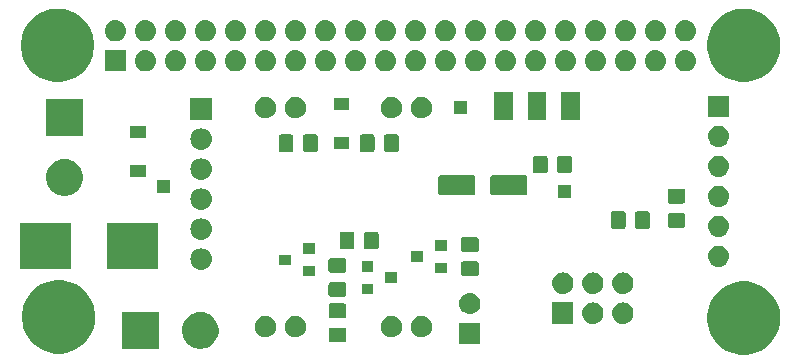
<source format=gts>
G04 #@! TF.GenerationSoftware,KiCad,Pcbnew,5.1.2*
G04 #@! TF.CreationDate,2019-07-27T17:59:41+02:00*
G04 #@! TF.ProjectId,solarcampi,736f6c61-7263-4616-9d70-692e6b696361,C*
G04 #@! TF.SameCoordinates,Original*
G04 #@! TF.FileFunction,Soldermask,Top*
G04 #@! TF.FilePolarity,Negative*
%FSLAX46Y46*%
G04 Gerber Fmt 4.6, Leading zero omitted, Abs format (unit mm)*
G04 Created by KiCad (PCBNEW 5.1.2) date 2019-07-27 17:59:41*
%MOMM*%
%LPD*%
G04 APERTURE LIST*
%ADD10C,0.100000*%
G04 APERTURE END LIST*
D10*
G36*
X112174111Y-72553465D02*
G01*
X112504237Y-72619131D01*
X113068401Y-72852815D01*
X113576135Y-73192072D01*
X114007928Y-73623865D01*
X114347185Y-74131599D01*
X114580869Y-74695763D01*
X114640434Y-74995220D01*
X114700000Y-75294675D01*
X114700000Y-75905325D01*
X114664187Y-76085367D01*
X114580869Y-76504237D01*
X114347185Y-77068401D01*
X114007928Y-77576135D01*
X113576135Y-78007928D01*
X113068401Y-78347185D01*
X112504237Y-78580869D01*
X112204780Y-78640434D01*
X111905325Y-78700000D01*
X111294675Y-78700000D01*
X110995220Y-78640434D01*
X110695763Y-78580869D01*
X110131599Y-78347185D01*
X109623865Y-78007928D01*
X109192072Y-77576135D01*
X108852815Y-77068401D01*
X108619131Y-76504237D01*
X108535813Y-76085367D01*
X108500000Y-75905325D01*
X108500000Y-75294675D01*
X108559566Y-74995220D01*
X108619131Y-74695763D01*
X108852815Y-74131599D01*
X109192072Y-73623865D01*
X109623865Y-73192072D01*
X110131599Y-72852815D01*
X110695763Y-72619131D01*
X111025889Y-72553465D01*
X111294675Y-72500000D01*
X111905325Y-72500000D01*
X112174111Y-72553465D01*
X112174111Y-72553465D01*
G37*
G36*
X54204780Y-72459566D02*
G01*
X54504237Y-72519131D01*
X55068401Y-72752815D01*
X55576135Y-73092072D01*
X56007928Y-73523865D01*
X56347185Y-74031599D01*
X56580869Y-74595763D01*
X56627920Y-74832304D01*
X56700000Y-75194675D01*
X56700000Y-75805325D01*
X56654699Y-76033068D01*
X56580869Y-76404237D01*
X56347185Y-76968401D01*
X56007928Y-77476135D01*
X55576135Y-77907928D01*
X55068401Y-78247185D01*
X54504237Y-78480869D01*
X54204780Y-78540434D01*
X53905325Y-78600000D01*
X53294675Y-78600000D01*
X52995220Y-78540434D01*
X52695763Y-78480869D01*
X52131599Y-78247185D01*
X51623865Y-77907928D01*
X51192072Y-77476135D01*
X50852815Y-76968401D01*
X50619131Y-76404237D01*
X50545301Y-76033068D01*
X50500000Y-75805325D01*
X50500000Y-75194675D01*
X50572080Y-74832304D01*
X50619131Y-74595763D01*
X50852815Y-74031599D01*
X51192072Y-73523865D01*
X51623865Y-73092072D01*
X52131599Y-72752815D01*
X52695763Y-72519131D01*
X52995220Y-72459566D01*
X53294675Y-72400000D01*
X53905325Y-72400000D01*
X54204780Y-72459566D01*
X54204780Y-72459566D01*
G37*
G36*
X65882585Y-75108802D02*
G01*
X66032410Y-75138604D01*
X66314674Y-75255521D01*
X66568705Y-75425259D01*
X66784741Y-75641295D01*
X66954479Y-75895326D01*
X67033196Y-76085367D01*
X67071396Y-76177591D01*
X67116479Y-76404235D01*
X67131000Y-76477240D01*
X67131000Y-76782760D01*
X67071396Y-77082410D01*
X66954479Y-77364674D01*
X66784741Y-77618705D01*
X66568705Y-77834741D01*
X66314674Y-78004479D01*
X66032410Y-78121396D01*
X65882585Y-78151198D01*
X65732761Y-78181000D01*
X65427239Y-78181000D01*
X65277415Y-78151198D01*
X65127590Y-78121396D01*
X64845326Y-78004479D01*
X64591295Y-77834741D01*
X64375259Y-77618705D01*
X64205521Y-77364674D01*
X64088604Y-77082410D01*
X64029000Y-76782760D01*
X64029000Y-76477240D01*
X64043522Y-76404235D01*
X64088604Y-76177591D01*
X64126804Y-76085367D01*
X64205521Y-75895326D01*
X64375259Y-75641295D01*
X64591295Y-75425259D01*
X64845326Y-75255521D01*
X65127590Y-75138604D01*
X65277415Y-75108802D01*
X65427239Y-75079000D01*
X65732761Y-75079000D01*
X65882585Y-75108802D01*
X65882585Y-75108802D01*
G37*
G36*
X62051000Y-78181000D02*
G01*
X58949000Y-78181000D01*
X58949000Y-75079000D01*
X62051000Y-75079000D01*
X62051000Y-78181000D01*
X62051000Y-78181000D01*
G37*
G36*
X89301000Y-77801000D02*
G01*
X87499000Y-77801000D01*
X87499000Y-75999000D01*
X89301000Y-75999000D01*
X89301000Y-77801000D01*
X89301000Y-77801000D01*
G37*
G36*
X77788674Y-76403465D02*
G01*
X77826367Y-76414899D01*
X77861103Y-76433466D01*
X77891548Y-76458452D01*
X77916534Y-76488897D01*
X77935101Y-76523633D01*
X77946535Y-76561326D01*
X77951000Y-76606661D01*
X77951000Y-77443339D01*
X77946535Y-77488674D01*
X77935101Y-77526367D01*
X77916534Y-77561103D01*
X77891548Y-77591548D01*
X77861103Y-77616534D01*
X77826367Y-77635101D01*
X77788674Y-77646535D01*
X77743339Y-77651000D01*
X76656661Y-77651000D01*
X76611326Y-77646535D01*
X76573633Y-77635101D01*
X76538897Y-77616534D01*
X76508452Y-77591548D01*
X76483466Y-77561103D01*
X76464899Y-77526367D01*
X76453465Y-77488674D01*
X76449000Y-77443339D01*
X76449000Y-76606661D01*
X76453465Y-76561326D01*
X76464899Y-76523633D01*
X76483466Y-76488897D01*
X76508452Y-76458452D01*
X76538897Y-76433466D01*
X76573633Y-76414899D01*
X76611326Y-76403465D01*
X76656661Y-76399000D01*
X77743339Y-76399000D01*
X77788674Y-76403465D01*
X77788674Y-76403465D01*
G37*
G36*
X84417512Y-75424927D02*
G01*
X84566812Y-75454624D01*
X84730784Y-75522544D01*
X84878354Y-75621147D01*
X85003853Y-75746646D01*
X85102456Y-75894216D01*
X85170376Y-76058188D01*
X85205000Y-76232259D01*
X85205000Y-76409741D01*
X85170376Y-76583812D01*
X85102456Y-76747784D01*
X85003853Y-76895354D01*
X84878354Y-77020853D01*
X84730784Y-77119456D01*
X84566812Y-77187376D01*
X84417512Y-77217073D01*
X84392742Y-77222000D01*
X84215258Y-77222000D01*
X84190488Y-77217073D01*
X84041188Y-77187376D01*
X83877216Y-77119456D01*
X83729646Y-77020853D01*
X83604147Y-76895354D01*
X83505544Y-76747784D01*
X83437624Y-76583812D01*
X83403000Y-76409741D01*
X83403000Y-76232259D01*
X83437624Y-76058188D01*
X83505544Y-75894216D01*
X83604147Y-75746646D01*
X83729646Y-75621147D01*
X83877216Y-75522544D01*
X84041188Y-75454624D01*
X84190488Y-75424927D01*
X84215258Y-75420000D01*
X84392742Y-75420000D01*
X84417512Y-75424927D01*
X84417512Y-75424927D01*
G37*
G36*
X81877512Y-75424927D02*
G01*
X82026812Y-75454624D01*
X82190784Y-75522544D01*
X82338354Y-75621147D01*
X82463853Y-75746646D01*
X82562456Y-75894216D01*
X82630376Y-76058188D01*
X82665000Y-76232259D01*
X82665000Y-76409741D01*
X82630376Y-76583812D01*
X82562456Y-76747784D01*
X82463853Y-76895354D01*
X82338354Y-77020853D01*
X82190784Y-77119456D01*
X82026812Y-77187376D01*
X81877512Y-77217073D01*
X81852742Y-77222000D01*
X81675258Y-77222000D01*
X81650488Y-77217073D01*
X81501188Y-77187376D01*
X81337216Y-77119456D01*
X81189646Y-77020853D01*
X81064147Y-76895354D01*
X80965544Y-76747784D01*
X80897624Y-76583812D01*
X80863000Y-76409741D01*
X80863000Y-76232259D01*
X80897624Y-76058188D01*
X80965544Y-75894216D01*
X81064147Y-75746646D01*
X81189646Y-75621147D01*
X81337216Y-75522544D01*
X81501188Y-75454624D01*
X81650488Y-75424927D01*
X81675258Y-75420000D01*
X81852742Y-75420000D01*
X81877512Y-75424927D01*
X81877512Y-75424927D01*
G37*
G36*
X73749512Y-75424927D02*
G01*
X73898812Y-75454624D01*
X74062784Y-75522544D01*
X74210354Y-75621147D01*
X74335853Y-75746646D01*
X74434456Y-75894216D01*
X74502376Y-76058188D01*
X74537000Y-76232259D01*
X74537000Y-76409741D01*
X74502376Y-76583812D01*
X74434456Y-76747784D01*
X74335853Y-76895354D01*
X74210354Y-77020853D01*
X74062784Y-77119456D01*
X73898812Y-77187376D01*
X73749512Y-77217073D01*
X73724742Y-77222000D01*
X73547258Y-77222000D01*
X73522488Y-77217073D01*
X73373188Y-77187376D01*
X73209216Y-77119456D01*
X73061646Y-77020853D01*
X72936147Y-76895354D01*
X72837544Y-76747784D01*
X72769624Y-76583812D01*
X72735000Y-76409741D01*
X72735000Y-76232259D01*
X72769624Y-76058188D01*
X72837544Y-75894216D01*
X72936147Y-75746646D01*
X73061646Y-75621147D01*
X73209216Y-75522544D01*
X73373188Y-75454624D01*
X73522488Y-75424927D01*
X73547258Y-75420000D01*
X73724742Y-75420000D01*
X73749512Y-75424927D01*
X73749512Y-75424927D01*
G37*
G36*
X71209512Y-75424927D02*
G01*
X71358812Y-75454624D01*
X71522784Y-75522544D01*
X71670354Y-75621147D01*
X71795853Y-75746646D01*
X71894456Y-75894216D01*
X71962376Y-76058188D01*
X71997000Y-76232259D01*
X71997000Y-76409741D01*
X71962376Y-76583812D01*
X71894456Y-76747784D01*
X71795853Y-76895354D01*
X71670354Y-77020853D01*
X71522784Y-77119456D01*
X71358812Y-77187376D01*
X71209512Y-77217073D01*
X71184742Y-77222000D01*
X71007258Y-77222000D01*
X70982488Y-77217073D01*
X70833188Y-77187376D01*
X70669216Y-77119456D01*
X70521646Y-77020853D01*
X70396147Y-76895354D01*
X70297544Y-76747784D01*
X70229624Y-76583812D01*
X70195000Y-76409741D01*
X70195000Y-76232259D01*
X70229624Y-76058188D01*
X70297544Y-75894216D01*
X70396147Y-75746646D01*
X70521646Y-75621147D01*
X70669216Y-75522544D01*
X70833188Y-75454624D01*
X70982488Y-75424927D01*
X71007258Y-75420000D01*
X71184742Y-75420000D01*
X71209512Y-75424927D01*
X71209512Y-75424927D01*
G37*
G36*
X97180600Y-76098600D02*
G01*
X95351400Y-76098600D01*
X95351400Y-74269400D01*
X97180600Y-74269400D01*
X97180600Y-76098600D01*
X97180600Y-76098600D01*
G37*
G36*
X98985294Y-74282633D02*
G01*
X99157695Y-74334931D01*
X99316583Y-74419858D01*
X99455849Y-74534151D01*
X99570142Y-74673417D01*
X99655069Y-74832305D01*
X99707367Y-75004706D01*
X99725025Y-75184000D01*
X99707367Y-75363294D01*
X99655069Y-75535695D01*
X99570142Y-75694583D01*
X99455849Y-75833849D01*
X99316583Y-75948142D01*
X99157695Y-76033069D01*
X98985294Y-76085367D01*
X98850931Y-76098600D01*
X98761069Y-76098600D01*
X98626706Y-76085367D01*
X98454305Y-76033069D01*
X98295417Y-75948142D01*
X98156151Y-75833849D01*
X98041858Y-75694583D01*
X97956931Y-75535695D01*
X97904633Y-75363294D01*
X97886975Y-75184000D01*
X97904633Y-75004706D01*
X97956931Y-74832305D01*
X98041858Y-74673417D01*
X98156151Y-74534151D01*
X98295417Y-74419858D01*
X98454305Y-74334931D01*
X98626706Y-74282633D01*
X98761069Y-74269400D01*
X98850931Y-74269400D01*
X98985294Y-74282633D01*
X98985294Y-74282633D01*
G37*
G36*
X101525294Y-74282633D02*
G01*
X101697695Y-74334931D01*
X101856583Y-74419858D01*
X101995849Y-74534151D01*
X102110142Y-74673417D01*
X102195069Y-74832305D01*
X102247367Y-75004706D01*
X102265025Y-75184000D01*
X102247367Y-75363294D01*
X102195069Y-75535695D01*
X102110142Y-75694583D01*
X101995849Y-75833849D01*
X101856583Y-75948142D01*
X101697695Y-76033069D01*
X101525294Y-76085367D01*
X101390931Y-76098600D01*
X101301069Y-76098600D01*
X101166706Y-76085367D01*
X100994305Y-76033069D01*
X100835417Y-75948142D01*
X100696151Y-75833849D01*
X100581858Y-75694583D01*
X100496931Y-75535695D01*
X100444633Y-75363294D01*
X100426975Y-75184000D01*
X100444633Y-75004706D01*
X100496931Y-74832305D01*
X100581858Y-74673417D01*
X100696151Y-74534151D01*
X100835417Y-74419858D01*
X100994305Y-74334931D01*
X101166706Y-74282633D01*
X101301069Y-74269400D01*
X101390931Y-74269400D01*
X101525294Y-74282633D01*
X101525294Y-74282633D01*
G37*
G36*
X77788674Y-74353465D02*
G01*
X77826367Y-74364899D01*
X77861103Y-74383466D01*
X77891548Y-74408452D01*
X77916534Y-74438897D01*
X77935101Y-74473633D01*
X77946535Y-74511326D01*
X77951000Y-74556661D01*
X77951000Y-75393339D01*
X77946535Y-75438674D01*
X77935101Y-75476367D01*
X77916534Y-75511103D01*
X77891548Y-75541548D01*
X77861103Y-75566534D01*
X77826367Y-75585101D01*
X77788674Y-75596535D01*
X77743339Y-75601000D01*
X76656661Y-75601000D01*
X76611326Y-75596535D01*
X76573633Y-75585101D01*
X76538897Y-75566534D01*
X76508452Y-75541548D01*
X76483466Y-75511103D01*
X76464899Y-75476367D01*
X76453465Y-75438674D01*
X76449000Y-75393339D01*
X76449000Y-74556661D01*
X76453465Y-74511326D01*
X76464899Y-74473633D01*
X76483466Y-74438897D01*
X76508452Y-74408452D01*
X76538897Y-74383466D01*
X76573633Y-74364899D01*
X76611326Y-74353465D01*
X76656661Y-74349000D01*
X77743339Y-74349000D01*
X77788674Y-74353465D01*
X77788674Y-74353465D01*
G37*
G36*
X88510443Y-73465519D02*
G01*
X88576627Y-73472037D01*
X88746466Y-73523557D01*
X88746468Y-73523558D01*
X88787269Y-73545367D01*
X88902991Y-73607222D01*
X88934381Y-73632983D01*
X89040186Y-73719814D01*
X89123448Y-73821271D01*
X89152778Y-73857009D01*
X89236443Y-74013534D01*
X89287963Y-74183373D01*
X89305359Y-74360000D01*
X89287963Y-74536627D01*
X89236443Y-74706466D01*
X89152778Y-74862991D01*
X89123448Y-74898729D01*
X89040186Y-75000186D01*
X88944149Y-75079000D01*
X88902991Y-75112778D01*
X88746466Y-75196443D01*
X88576627Y-75247963D01*
X88510443Y-75254481D01*
X88444260Y-75261000D01*
X88355740Y-75261000D01*
X88289557Y-75254481D01*
X88223373Y-75247963D01*
X88053534Y-75196443D01*
X87897009Y-75112778D01*
X87855851Y-75079000D01*
X87759814Y-75000186D01*
X87676552Y-74898729D01*
X87647222Y-74862991D01*
X87563557Y-74706466D01*
X87512037Y-74536627D01*
X87494641Y-74360000D01*
X87512037Y-74183373D01*
X87563557Y-74013534D01*
X87647222Y-73857009D01*
X87676552Y-73821271D01*
X87759814Y-73719814D01*
X87865619Y-73632983D01*
X87897009Y-73607222D01*
X88012731Y-73545367D01*
X88053532Y-73523558D01*
X88053534Y-73523557D01*
X88223373Y-73472037D01*
X88289557Y-73465519D01*
X88355740Y-73459000D01*
X88444260Y-73459000D01*
X88510443Y-73465519D01*
X88510443Y-73465519D01*
G37*
G36*
X77782674Y-72553465D02*
G01*
X77820367Y-72564899D01*
X77855103Y-72583466D01*
X77885548Y-72608452D01*
X77910534Y-72638897D01*
X77929101Y-72673633D01*
X77940535Y-72711326D01*
X77945000Y-72756661D01*
X77945000Y-73593339D01*
X77940535Y-73638674D01*
X77929101Y-73676367D01*
X77910534Y-73711103D01*
X77885548Y-73741548D01*
X77855103Y-73766534D01*
X77820367Y-73785101D01*
X77782674Y-73796535D01*
X77737339Y-73801000D01*
X76650661Y-73801000D01*
X76605326Y-73796535D01*
X76567633Y-73785101D01*
X76532897Y-73766534D01*
X76502452Y-73741548D01*
X76477466Y-73711103D01*
X76458899Y-73676367D01*
X76447465Y-73638674D01*
X76443000Y-73593339D01*
X76443000Y-72756661D01*
X76447465Y-72711326D01*
X76458899Y-72673633D01*
X76477466Y-72638897D01*
X76502452Y-72608452D01*
X76532897Y-72583466D01*
X76567633Y-72564899D01*
X76605326Y-72553465D01*
X76650661Y-72549000D01*
X77737339Y-72549000D01*
X77782674Y-72553465D01*
X77782674Y-72553465D01*
G37*
G36*
X80251000Y-73579000D02*
G01*
X79249000Y-73579000D01*
X79249000Y-72677000D01*
X80251000Y-72677000D01*
X80251000Y-73579000D01*
X80251000Y-73579000D01*
G37*
G36*
X101525294Y-71742633D02*
G01*
X101697695Y-71794931D01*
X101856583Y-71879858D01*
X101995849Y-71994151D01*
X102110142Y-72133417D01*
X102195069Y-72292305D01*
X102247367Y-72464706D01*
X102265025Y-72644000D01*
X102247367Y-72823294D01*
X102195069Y-72995695D01*
X102110142Y-73154583D01*
X101995849Y-73293849D01*
X101856583Y-73408142D01*
X101697695Y-73493069D01*
X101525294Y-73545367D01*
X101390931Y-73558600D01*
X101301069Y-73558600D01*
X101166706Y-73545367D01*
X100994305Y-73493069D01*
X100835417Y-73408142D01*
X100696151Y-73293849D01*
X100581858Y-73154583D01*
X100496931Y-72995695D01*
X100444633Y-72823294D01*
X100426975Y-72644000D01*
X100444633Y-72464706D01*
X100496931Y-72292305D01*
X100581858Y-72133417D01*
X100696151Y-71994151D01*
X100835417Y-71879858D01*
X100994305Y-71794931D01*
X101166706Y-71742633D01*
X101301069Y-71729400D01*
X101390931Y-71729400D01*
X101525294Y-71742633D01*
X101525294Y-71742633D01*
G37*
G36*
X96445294Y-71742633D02*
G01*
X96617695Y-71794931D01*
X96776583Y-71879858D01*
X96915849Y-71994151D01*
X97030142Y-72133417D01*
X97115069Y-72292305D01*
X97167367Y-72464706D01*
X97185025Y-72644000D01*
X97167367Y-72823294D01*
X97115069Y-72995695D01*
X97030142Y-73154583D01*
X96915849Y-73293849D01*
X96776583Y-73408142D01*
X96617695Y-73493069D01*
X96445294Y-73545367D01*
X96310931Y-73558600D01*
X96221069Y-73558600D01*
X96086706Y-73545367D01*
X95914305Y-73493069D01*
X95755417Y-73408142D01*
X95616151Y-73293849D01*
X95501858Y-73154583D01*
X95416931Y-72995695D01*
X95364633Y-72823294D01*
X95346975Y-72644000D01*
X95364633Y-72464706D01*
X95416931Y-72292305D01*
X95501858Y-72133417D01*
X95616151Y-71994151D01*
X95755417Y-71879858D01*
X95914305Y-71794931D01*
X96086706Y-71742633D01*
X96221069Y-71729400D01*
X96310931Y-71729400D01*
X96445294Y-71742633D01*
X96445294Y-71742633D01*
G37*
G36*
X98985294Y-71742633D02*
G01*
X99157695Y-71794931D01*
X99316583Y-71879858D01*
X99455849Y-71994151D01*
X99570142Y-72133417D01*
X99655069Y-72292305D01*
X99707367Y-72464706D01*
X99725025Y-72644000D01*
X99707367Y-72823294D01*
X99655069Y-72995695D01*
X99570142Y-73154583D01*
X99455849Y-73293849D01*
X99316583Y-73408142D01*
X99157695Y-73493069D01*
X98985294Y-73545367D01*
X98850931Y-73558600D01*
X98761069Y-73558600D01*
X98626706Y-73545367D01*
X98454305Y-73493069D01*
X98295417Y-73408142D01*
X98156151Y-73293849D01*
X98041858Y-73154583D01*
X97956931Y-72995695D01*
X97904633Y-72823294D01*
X97886975Y-72644000D01*
X97904633Y-72464706D01*
X97956931Y-72292305D01*
X98041858Y-72133417D01*
X98156151Y-71994151D01*
X98295417Y-71879858D01*
X98454305Y-71794931D01*
X98626706Y-71742633D01*
X98761069Y-71729400D01*
X98850931Y-71729400D01*
X98985294Y-71742633D01*
X98985294Y-71742633D01*
G37*
G36*
X82251000Y-72629000D02*
G01*
X81249000Y-72629000D01*
X81249000Y-71727000D01*
X82251000Y-71727000D01*
X82251000Y-72629000D01*
X82251000Y-72629000D01*
G37*
G36*
X75291000Y-72071000D02*
G01*
X74289000Y-72071000D01*
X74289000Y-71169000D01*
X75291000Y-71169000D01*
X75291000Y-72071000D01*
X75291000Y-72071000D01*
G37*
G36*
X88988674Y-70803465D02*
G01*
X89026367Y-70814899D01*
X89061103Y-70833466D01*
X89091548Y-70858452D01*
X89116534Y-70888897D01*
X89135101Y-70923633D01*
X89146535Y-70961326D01*
X89151000Y-71006661D01*
X89151000Y-71843339D01*
X89146535Y-71888674D01*
X89135101Y-71926367D01*
X89116534Y-71961103D01*
X89091548Y-71991548D01*
X89061103Y-72016534D01*
X89026367Y-72035101D01*
X88988674Y-72046535D01*
X88943339Y-72051000D01*
X87856661Y-72051000D01*
X87811326Y-72046535D01*
X87773633Y-72035101D01*
X87738897Y-72016534D01*
X87708452Y-71991548D01*
X87683466Y-71961103D01*
X87664899Y-71926367D01*
X87653465Y-71888674D01*
X87649000Y-71843339D01*
X87649000Y-71006661D01*
X87653465Y-70961326D01*
X87664899Y-70923633D01*
X87683466Y-70888897D01*
X87708452Y-70858452D01*
X87738897Y-70833466D01*
X87773633Y-70814899D01*
X87811326Y-70803465D01*
X87856661Y-70799000D01*
X88943339Y-70799000D01*
X88988674Y-70803465D01*
X88988674Y-70803465D01*
G37*
G36*
X86461000Y-71801000D02*
G01*
X85459000Y-71801000D01*
X85459000Y-70899000D01*
X86461000Y-70899000D01*
X86461000Y-71801000D01*
X86461000Y-71801000D01*
G37*
G36*
X77782674Y-70503465D02*
G01*
X77820367Y-70514899D01*
X77855103Y-70533466D01*
X77885548Y-70558452D01*
X77910534Y-70588897D01*
X77929101Y-70623633D01*
X77940535Y-70661326D01*
X77945000Y-70706661D01*
X77945000Y-71543339D01*
X77940535Y-71588674D01*
X77929101Y-71626367D01*
X77910534Y-71661103D01*
X77885548Y-71691548D01*
X77855103Y-71716534D01*
X77820367Y-71735101D01*
X77782674Y-71746535D01*
X77737339Y-71751000D01*
X76650661Y-71751000D01*
X76605326Y-71746535D01*
X76567633Y-71735101D01*
X76532897Y-71716534D01*
X76502452Y-71691548D01*
X76477466Y-71661103D01*
X76458899Y-71626367D01*
X76447465Y-71588674D01*
X76443000Y-71543339D01*
X76443000Y-70706661D01*
X76447465Y-70661326D01*
X76458899Y-70623633D01*
X76477466Y-70588897D01*
X76502452Y-70558452D01*
X76532897Y-70533466D01*
X76567633Y-70514899D01*
X76605326Y-70503465D01*
X76650661Y-70499000D01*
X77737339Y-70499000D01*
X77782674Y-70503465D01*
X77782674Y-70503465D01*
G37*
G36*
X80251000Y-71679000D02*
G01*
X79249000Y-71679000D01*
X79249000Y-70777000D01*
X80251000Y-70777000D01*
X80251000Y-71679000D01*
X80251000Y-71679000D01*
G37*
G36*
X65760443Y-69705519D02*
G01*
X65826627Y-69712037D01*
X65996466Y-69763557D01*
X65996468Y-69763558D01*
X66047808Y-69791000D01*
X66152991Y-69847222D01*
X66177101Y-69867009D01*
X66290186Y-69959814D01*
X66373448Y-70061271D01*
X66402778Y-70097009D01*
X66486443Y-70253534D01*
X66537963Y-70423373D01*
X66555359Y-70600000D01*
X66537963Y-70776627D01*
X66486443Y-70946466D01*
X66402778Y-71102991D01*
X66387998Y-71121000D01*
X66290186Y-71240186D01*
X66188729Y-71323448D01*
X66152991Y-71352778D01*
X65996466Y-71436443D01*
X65826627Y-71487963D01*
X65760442Y-71494482D01*
X65694260Y-71501000D01*
X65605740Y-71501000D01*
X65539558Y-71494482D01*
X65473373Y-71487963D01*
X65303534Y-71436443D01*
X65147009Y-71352778D01*
X65111271Y-71323448D01*
X65009814Y-71240186D01*
X64912002Y-71121000D01*
X64897222Y-71102991D01*
X64813557Y-70946466D01*
X64762037Y-70776627D01*
X64744641Y-70600000D01*
X64762037Y-70423373D01*
X64813557Y-70253534D01*
X64897222Y-70097009D01*
X64926552Y-70061271D01*
X65009814Y-69959814D01*
X65122899Y-69867009D01*
X65147009Y-69847222D01*
X65252192Y-69791000D01*
X65303532Y-69763558D01*
X65303534Y-69763557D01*
X65473373Y-69712037D01*
X65539557Y-69705519D01*
X65605740Y-69699000D01*
X65694260Y-69699000D01*
X65760443Y-69705519D01*
X65760443Y-69705519D01*
G37*
G36*
X54636000Y-71476000D02*
G01*
X50294000Y-71476000D01*
X50294000Y-67564000D01*
X54636000Y-67564000D01*
X54636000Y-71476000D01*
X54636000Y-71476000D01*
G37*
G36*
X62006000Y-71476000D02*
G01*
X57664000Y-71476000D01*
X57664000Y-67564000D01*
X62006000Y-67564000D01*
X62006000Y-71476000D01*
X62006000Y-71476000D01*
G37*
G36*
X109570442Y-69475518D02*
G01*
X109636627Y-69482037D01*
X109806466Y-69533557D01*
X109962991Y-69617222D01*
X109976945Y-69628674D01*
X110100186Y-69729814D01*
X110183448Y-69831271D01*
X110212778Y-69867009D01*
X110296443Y-70023534D01*
X110347963Y-70193373D01*
X110365359Y-70370000D01*
X110347963Y-70546627D01*
X110296443Y-70716466D01*
X110212778Y-70872991D01*
X110199724Y-70888897D01*
X110100186Y-71010186D01*
X109998729Y-71093448D01*
X109962991Y-71122778D01*
X109806466Y-71206443D01*
X109636627Y-71257963D01*
X109570443Y-71264481D01*
X109504260Y-71271000D01*
X109415740Y-71271000D01*
X109349557Y-71264481D01*
X109283373Y-71257963D01*
X109113534Y-71206443D01*
X108957009Y-71122778D01*
X108921271Y-71093448D01*
X108819814Y-71010186D01*
X108720276Y-70888897D01*
X108707222Y-70872991D01*
X108623557Y-70716466D01*
X108572037Y-70546627D01*
X108554641Y-70370000D01*
X108572037Y-70193373D01*
X108623557Y-70023534D01*
X108707222Y-69867009D01*
X108736552Y-69831271D01*
X108819814Y-69729814D01*
X108943055Y-69628674D01*
X108957009Y-69617222D01*
X109113534Y-69533557D01*
X109283373Y-69482037D01*
X109349558Y-69475518D01*
X109415740Y-69469000D01*
X109504260Y-69469000D01*
X109570442Y-69475518D01*
X109570442Y-69475518D01*
G37*
G36*
X73291000Y-71121000D02*
G01*
X72289000Y-71121000D01*
X72289000Y-70219000D01*
X73291000Y-70219000D01*
X73291000Y-71121000D01*
X73291000Y-71121000D01*
G37*
G36*
X84461000Y-70851000D02*
G01*
X83459000Y-70851000D01*
X83459000Y-69949000D01*
X84461000Y-69949000D01*
X84461000Y-70851000D01*
X84461000Y-70851000D01*
G37*
G36*
X75291000Y-70171000D02*
G01*
X74289000Y-70171000D01*
X74289000Y-69269000D01*
X75291000Y-69269000D01*
X75291000Y-70171000D01*
X75291000Y-70171000D01*
G37*
G36*
X88988674Y-68753465D02*
G01*
X89026367Y-68764899D01*
X89061103Y-68783466D01*
X89091548Y-68808452D01*
X89116534Y-68838897D01*
X89135101Y-68873633D01*
X89146535Y-68911326D01*
X89151000Y-68956661D01*
X89151000Y-69793339D01*
X89146535Y-69838674D01*
X89135101Y-69876367D01*
X89116534Y-69911103D01*
X89091548Y-69941548D01*
X89061103Y-69966534D01*
X89026367Y-69985101D01*
X88988674Y-69996535D01*
X88943339Y-70001000D01*
X87856661Y-70001000D01*
X87811326Y-69996535D01*
X87773633Y-69985101D01*
X87738897Y-69966534D01*
X87708452Y-69941548D01*
X87683466Y-69911103D01*
X87664899Y-69876367D01*
X87653465Y-69838674D01*
X87649000Y-69793339D01*
X87649000Y-68956661D01*
X87653465Y-68911326D01*
X87664899Y-68873633D01*
X87683466Y-68838897D01*
X87708452Y-68808452D01*
X87738897Y-68783466D01*
X87773633Y-68764899D01*
X87811326Y-68753465D01*
X87856661Y-68749000D01*
X88943339Y-68749000D01*
X88988674Y-68753465D01*
X88988674Y-68753465D01*
G37*
G36*
X86461000Y-69901000D02*
G01*
X85459000Y-69901000D01*
X85459000Y-68999000D01*
X86461000Y-68999000D01*
X86461000Y-69901000D01*
X86461000Y-69901000D01*
G37*
G36*
X80528674Y-68293465D02*
G01*
X80566367Y-68304899D01*
X80601103Y-68323466D01*
X80631548Y-68348452D01*
X80656534Y-68378897D01*
X80675101Y-68413633D01*
X80686535Y-68451326D01*
X80691000Y-68496661D01*
X80691000Y-69583339D01*
X80686535Y-69628674D01*
X80675101Y-69666367D01*
X80656534Y-69701103D01*
X80631548Y-69731548D01*
X80601103Y-69756534D01*
X80566367Y-69775101D01*
X80528674Y-69786535D01*
X80483339Y-69791000D01*
X79646661Y-69791000D01*
X79601326Y-69786535D01*
X79563633Y-69775101D01*
X79528897Y-69756534D01*
X79498452Y-69731548D01*
X79473466Y-69701103D01*
X79454899Y-69666367D01*
X79443465Y-69628674D01*
X79439000Y-69583339D01*
X79439000Y-68496661D01*
X79443465Y-68451326D01*
X79454899Y-68413633D01*
X79473466Y-68378897D01*
X79498452Y-68348452D01*
X79528897Y-68323466D01*
X79563633Y-68304899D01*
X79601326Y-68293465D01*
X79646661Y-68289000D01*
X80483339Y-68289000D01*
X80528674Y-68293465D01*
X80528674Y-68293465D01*
G37*
G36*
X78478674Y-68293465D02*
G01*
X78516367Y-68304899D01*
X78551103Y-68323466D01*
X78581548Y-68348452D01*
X78606534Y-68378897D01*
X78625101Y-68413633D01*
X78636535Y-68451326D01*
X78641000Y-68496661D01*
X78641000Y-69583339D01*
X78636535Y-69628674D01*
X78625101Y-69666367D01*
X78606534Y-69701103D01*
X78581548Y-69731548D01*
X78551103Y-69756534D01*
X78516367Y-69775101D01*
X78478674Y-69786535D01*
X78433339Y-69791000D01*
X77596661Y-69791000D01*
X77551326Y-69786535D01*
X77513633Y-69775101D01*
X77478897Y-69756534D01*
X77448452Y-69731548D01*
X77423466Y-69701103D01*
X77404899Y-69666367D01*
X77393465Y-69628674D01*
X77389000Y-69583339D01*
X77389000Y-68496661D01*
X77393465Y-68451326D01*
X77404899Y-68413633D01*
X77423466Y-68378897D01*
X77448452Y-68348452D01*
X77478897Y-68323466D01*
X77513633Y-68304899D01*
X77551326Y-68293465D01*
X77596661Y-68289000D01*
X78433339Y-68289000D01*
X78478674Y-68293465D01*
X78478674Y-68293465D01*
G37*
G36*
X65760442Y-67165518D02*
G01*
X65826627Y-67172037D01*
X65996466Y-67223557D01*
X66152991Y-67307222D01*
X66177101Y-67327009D01*
X66290186Y-67419814D01*
X66373448Y-67521271D01*
X66402778Y-67557009D01*
X66486443Y-67713534D01*
X66537963Y-67883373D01*
X66555359Y-68060000D01*
X66537963Y-68236627D01*
X66486443Y-68406466D01*
X66402778Y-68562991D01*
X66386539Y-68582778D01*
X66290186Y-68700186D01*
X66188729Y-68783448D01*
X66152991Y-68812778D01*
X65996466Y-68896443D01*
X65826627Y-68947963D01*
X65760443Y-68954481D01*
X65694260Y-68961000D01*
X65605740Y-68961000D01*
X65539557Y-68954481D01*
X65473373Y-68947963D01*
X65303534Y-68896443D01*
X65147009Y-68812778D01*
X65111271Y-68783448D01*
X65009814Y-68700186D01*
X64913461Y-68582778D01*
X64897222Y-68562991D01*
X64813557Y-68406466D01*
X64762037Y-68236627D01*
X64744641Y-68060000D01*
X64762037Y-67883373D01*
X64813557Y-67713534D01*
X64897222Y-67557009D01*
X64926552Y-67521271D01*
X65009814Y-67419814D01*
X65122899Y-67327009D01*
X65147009Y-67307222D01*
X65303534Y-67223557D01*
X65473373Y-67172037D01*
X65539558Y-67165518D01*
X65605740Y-67159000D01*
X65694260Y-67159000D01*
X65760442Y-67165518D01*
X65760442Y-67165518D01*
G37*
G36*
X109570443Y-66935519D02*
G01*
X109636627Y-66942037D01*
X109806466Y-66993557D01*
X109962991Y-67077222D01*
X109998729Y-67106552D01*
X110100186Y-67189814D01*
X110183448Y-67291271D01*
X110212778Y-67327009D01*
X110296443Y-67483534D01*
X110347963Y-67653373D01*
X110365359Y-67830000D01*
X110347963Y-68006627D01*
X110296443Y-68176466D01*
X110212778Y-68332991D01*
X110200089Y-68348452D01*
X110100186Y-68470186D01*
X109998729Y-68553448D01*
X109962991Y-68582778D01*
X109806466Y-68666443D01*
X109636627Y-68717963D01*
X109570442Y-68724482D01*
X109504260Y-68731000D01*
X109415740Y-68731000D01*
X109349558Y-68724482D01*
X109283373Y-68717963D01*
X109113534Y-68666443D01*
X108957009Y-68582778D01*
X108921271Y-68553448D01*
X108819814Y-68470186D01*
X108719911Y-68348452D01*
X108707222Y-68332991D01*
X108623557Y-68176466D01*
X108572037Y-68006627D01*
X108554641Y-67830000D01*
X108572037Y-67653373D01*
X108623557Y-67483534D01*
X108707222Y-67327009D01*
X108736552Y-67291271D01*
X108819814Y-67189814D01*
X108921271Y-67106552D01*
X108957009Y-67077222D01*
X109113534Y-66993557D01*
X109283373Y-66942037D01*
X109349557Y-66935519D01*
X109415740Y-66929000D01*
X109504260Y-66929000D01*
X109570443Y-66935519D01*
X109570443Y-66935519D01*
G37*
G36*
X101438674Y-66553465D02*
G01*
X101476367Y-66564899D01*
X101511103Y-66583466D01*
X101541548Y-66608452D01*
X101566534Y-66638897D01*
X101585101Y-66673633D01*
X101596535Y-66711326D01*
X101601000Y-66756661D01*
X101601000Y-67843339D01*
X101596535Y-67888674D01*
X101585101Y-67926367D01*
X101566534Y-67961103D01*
X101541548Y-67991548D01*
X101511103Y-68016534D01*
X101476367Y-68035101D01*
X101438674Y-68046535D01*
X101393339Y-68051000D01*
X100556661Y-68051000D01*
X100511326Y-68046535D01*
X100473633Y-68035101D01*
X100438897Y-68016534D01*
X100408452Y-67991548D01*
X100383466Y-67961103D01*
X100364899Y-67926367D01*
X100353465Y-67888674D01*
X100349000Y-67843339D01*
X100349000Y-66756661D01*
X100353465Y-66711326D01*
X100364899Y-66673633D01*
X100383466Y-66638897D01*
X100408452Y-66608452D01*
X100438897Y-66583466D01*
X100473633Y-66564899D01*
X100511326Y-66553465D01*
X100556661Y-66549000D01*
X101393339Y-66549000D01*
X101438674Y-66553465D01*
X101438674Y-66553465D01*
G37*
G36*
X103488674Y-66553465D02*
G01*
X103526367Y-66564899D01*
X103561103Y-66583466D01*
X103591548Y-66608452D01*
X103616534Y-66638897D01*
X103635101Y-66673633D01*
X103646535Y-66711326D01*
X103651000Y-66756661D01*
X103651000Y-67843339D01*
X103646535Y-67888674D01*
X103635101Y-67926367D01*
X103616534Y-67961103D01*
X103591548Y-67991548D01*
X103561103Y-68016534D01*
X103526367Y-68035101D01*
X103488674Y-68046535D01*
X103443339Y-68051000D01*
X102606661Y-68051000D01*
X102561326Y-68046535D01*
X102523633Y-68035101D01*
X102488897Y-68016534D01*
X102458452Y-67991548D01*
X102433466Y-67961103D01*
X102414899Y-67926367D01*
X102403465Y-67888674D01*
X102399000Y-67843339D01*
X102399000Y-66756661D01*
X102403465Y-66711326D01*
X102414899Y-66673633D01*
X102433466Y-66638897D01*
X102458452Y-66608452D01*
X102488897Y-66583466D01*
X102523633Y-66564899D01*
X102561326Y-66553465D01*
X102606661Y-66549000D01*
X103443339Y-66549000D01*
X103488674Y-66553465D01*
X103488674Y-66553465D01*
G37*
G36*
X106488674Y-66703465D02*
G01*
X106526367Y-66714899D01*
X106561103Y-66733466D01*
X106591548Y-66758452D01*
X106616534Y-66788897D01*
X106635101Y-66823633D01*
X106646535Y-66861326D01*
X106651000Y-66906661D01*
X106651000Y-67743339D01*
X106646535Y-67788674D01*
X106635101Y-67826367D01*
X106616534Y-67861103D01*
X106591548Y-67891548D01*
X106561103Y-67916534D01*
X106526367Y-67935101D01*
X106488674Y-67946535D01*
X106443339Y-67951000D01*
X105356661Y-67951000D01*
X105311326Y-67946535D01*
X105273633Y-67935101D01*
X105238897Y-67916534D01*
X105208452Y-67891548D01*
X105183466Y-67861103D01*
X105164899Y-67826367D01*
X105153465Y-67788674D01*
X105149000Y-67743339D01*
X105149000Y-66906661D01*
X105153465Y-66861326D01*
X105164899Y-66823633D01*
X105183466Y-66788897D01*
X105208452Y-66758452D01*
X105238897Y-66733466D01*
X105273633Y-66714899D01*
X105311326Y-66703465D01*
X105356661Y-66699000D01*
X106443339Y-66699000D01*
X106488674Y-66703465D01*
X106488674Y-66703465D01*
G37*
G36*
X65760442Y-64625518D02*
G01*
X65826627Y-64632037D01*
X65996466Y-64683557D01*
X66152991Y-64767222D01*
X66177101Y-64787009D01*
X66290186Y-64879814D01*
X66373226Y-64981000D01*
X66402778Y-65017009D01*
X66486443Y-65173534D01*
X66537963Y-65343373D01*
X66555359Y-65520000D01*
X66537963Y-65696627D01*
X66486443Y-65866466D01*
X66402778Y-66022991D01*
X66386539Y-66042778D01*
X66290186Y-66160186D01*
X66188729Y-66243448D01*
X66152991Y-66272778D01*
X65996466Y-66356443D01*
X65826627Y-66407963D01*
X65760443Y-66414481D01*
X65694260Y-66421000D01*
X65605740Y-66421000D01*
X65539557Y-66414481D01*
X65473373Y-66407963D01*
X65303534Y-66356443D01*
X65147009Y-66272778D01*
X65111271Y-66243448D01*
X65009814Y-66160186D01*
X64913461Y-66042778D01*
X64897222Y-66022991D01*
X64813557Y-65866466D01*
X64762037Y-65696627D01*
X64744641Y-65520000D01*
X64762037Y-65343373D01*
X64813557Y-65173534D01*
X64897222Y-65017009D01*
X64926774Y-64981000D01*
X65009814Y-64879814D01*
X65122899Y-64787009D01*
X65147009Y-64767222D01*
X65303534Y-64683557D01*
X65473373Y-64632037D01*
X65539558Y-64625518D01*
X65605740Y-64619000D01*
X65694260Y-64619000D01*
X65760442Y-64625518D01*
X65760442Y-64625518D01*
G37*
G36*
X109570442Y-64395518D02*
G01*
X109636627Y-64402037D01*
X109806466Y-64453557D01*
X109962991Y-64537222D01*
X109998729Y-64566552D01*
X110100186Y-64649814D01*
X110173293Y-64738897D01*
X110212778Y-64787009D01*
X110296443Y-64943534D01*
X110347963Y-65113373D01*
X110365359Y-65290000D01*
X110347963Y-65466627D01*
X110298760Y-65628827D01*
X110296442Y-65636468D01*
X110266044Y-65693339D01*
X110212778Y-65792991D01*
X110189560Y-65821282D01*
X110100186Y-65930186D01*
X109998729Y-66013448D01*
X109962991Y-66042778D01*
X109806466Y-66126443D01*
X109636627Y-66177963D01*
X109570443Y-66184481D01*
X109504260Y-66191000D01*
X109415740Y-66191000D01*
X109349557Y-66184481D01*
X109283373Y-66177963D01*
X109113534Y-66126443D01*
X108957009Y-66042778D01*
X108921271Y-66013448D01*
X108819814Y-65930186D01*
X108730440Y-65821282D01*
X108707222Y-65792991D01*
X108653956Y-65693339D01*
X108623558Y-65636468D01*
X108621240Y-65628827D01*
X108572037Y-65466627D01*
X108554641Y-65290000D01*
X108572037Y-65113373D01*
X108623557Y-64943534D01*
X108707222Y-64787009D01*
X108746707Y-64738897D01*
X108819814Y-64649814D01*
X108921271Y-64566552D01*
X108957009Y-64537222D01*
X109113534Y-64453557D01*
X109283373Y-64402037D01*
X109349558Y-64395518D01*
X109415740Y-64389000D01*
X109504260Y-64389000D01*
X109570442Y-64395518D01*
X109570442Y-64395518D01*
G37*
G36*
X106488674Y-64653465D02*
G01*
X106526367Y-64664899D01*
X106561103Y-64683466D01*
X106591548Y-64708452D01*
X106616534Y-64738897D01*
X106635101Y-64773633D01*
X106646535Y-64811326D01*
X106651000Y-64856661D01*
X106651000Y-65693339D01*
X106646535Y-65738674D01*
X106635101Y-65776367D01*
X106616534Y-65811103D01*
X106591548Y-65841548D01*
X106561103Y-65866534D01*
X106526367Y-65885101D01*
X106488674Y-65896535D01*
X106443339Y-65901000D01*
X105356661Y-65901000D01*
X105311326Y-65896535D01*
X105273633Y-65885101D01*
X105238897Y-65866534D01*
X105208452Y-65841548D01*
X105183466Y-65811103D01*
X105164899Y-65776367D01*
X105153465Y-65738674D01*
X105149000Y-65693339D01*
X105149000Y-64856661D01*
X105153465Y-64811326D01*
X105164899Y-64773633D01*
X105183466Y-64738897D01*
X105208452Y-64708452D01*
X105238897Y-64683466D01*
X105273633Y-64664899D01*
X105311326Y-64653465D01*
X105356661Y-64649000D01*
X106443339Y-64649000D01*
X106488674Y-64653465D01*
X106488674Y-64653465D01*
G37*
G36*
X96971000Y-65461000D02*
G01*
X95869000Y-65461000D01*
X95869000Y-64359000D01*
X96971000Y-64359000D01*
X96971000Y-65461000D01*
X96971000Y-65461000D01*
G37*
G36*
X54404585Y-62160802D02*
G01*
X54554410Y-62190604D01*
X54836674Y-62307521D01*
X55090705Y-62477259D01*
X55306741Y-62693295D01*
X55476479Y-62947326D01*
X55576448Y-63188674D01*
X55593396Y-63229591D01*
X55650220Y-63515261D01*
X55653000Y-63529240D01*
X55653000Y-63834760D01*
X55593396Y-64134410D01*
X55476479Y-64416674D01*
X55306741Y-64670705D01*
X55090705Y-64886741D01*
X54836674Y-65056479D01*
X54554410Y-65173396D01*
X54477275Y-65188739D01*
X54254761Y-65233000D01*
X53949239Y-65233000D01*
X53726725Y-65188739D01*
X53649590Y-65173396D01*
X53367326Y-65056479D01*
X53113295Y-64886741D01*
X52897259Y-64670705D01*
X52727521Y-64416674D01*
X52610604Y-64134410D01*
X52551000Y-63834760D01*
X52551000Y-63529240D01*
X52553781Y-63515261D01*
X52610604Y-63229591D01*
X52627552Y-63188674D01*
X52727521Y-62947326D01*
X52897259Y-62693295D01*
X53113295Y-62477259D01*
X53367326Y-62307521D01*
X53649590Y-62190604D01*
X53799415Y-62160802D01*
X53949239Y-62131000D01*
X54254761Y-62131000D01*
X54404585Y-62160802D01*
X54404585Y-62160802D01*
G37*
G36*
X88700997Y-63505051D02*
G01*
X88734652Y-63515261D01*
X88765665Y-63531838D01*
X88792851Y-63554149D01*
X88815162Y-63581335D01*
X88831739Y-63612348D01*
X88841949Y-63646003D01*
X88846000Y-63687138D01*
X88846000Y-65016862D01*
X88841949Y-65057997D01*
X88831739Y-65091652D01*
X88815162Y-65122665D01*
X88792851Y-65149851D01*
X88765665Y-65172162D01*
X88734652Y-65188739D01*
X88700997Y-65198949D01*
X88659862Y-65203000D01*
X85930138Y-65203000D01*
X85889003Y-65198949D01*
X85855348Y-65188739D01*
X85824335Y-65172162D01*
X85797149Y-65149851D01*
X85774838Y-65122665D01*
X85758261Y-65091652D01*
X85748051Y-65057997D01*
X85744000Y-65016862D01*
X85744000Y-63687138D01*
X85748051Y-63646003D01*
X85758261Y-63612348D01*
X85774838Y-63581335D01*
X85797149Y-63554149D01*
X85824335Y-63531838D01*
X85855348Y-63515261D01*
X85889003Y-63505051D01*
X85930138Y-63501000D01*
X88659862Y-63501000D01*
X88700997Y-63505051D01*
X88700997Y-63505051D01*
G37*
G36*
X93100997Y-63505051D02*
G01*
X93134652Y-63515261D01*
X93165665Y-63531838D01*
X93192851Y-63554149D01*
X93215162Y-63581335D01*
X93231739Y-63612348D01*
X93241949Y-63646003D01*
X93246000Y-63687138D01*
X93246000Y-65016862D01*
X93241949Y-65057997D01*
X93231739Y-65091652D01*
X93215162Y-65122665D01*
X93192851Y-65149851D01*
X93165665Y-65172162D01*
X93134652Y-65188739D01*
X93100997Y-65198949D01*
X93059862Y-65203000D01*
X90330138Y-65203000D01*
X90289003Y-65198949D01*
X90255348Y-65188739D01*
X90224335Y-65172162D01*
X90197149Y-65149851D01*
X90174838Y-65122665D01*
X90158261Y-65091652D01*
X90148051Y-65057997D01*
X90144000Y-65016862D01*
X90144000Y-63687138D01*
X90148051Y-63646003D01*
X90158261Y-63612348D01*
X90174838Y-63581335D01*
X90197149Y-63554149D01*
X90224335Y-63531838D01*
X90255348Y-63515261D01*
X90289003Y-63505051D01*
X90330138Y-63501000D01*
X93059862Y-63501000D01*
X93100997Y-63505051D01*
X93100997Y-63505051D01*
G37*
G36*
X63011000Y-64981000D02*
G01*
X61909000Y-64981000D01*
X61909000Y-63879000D01*
X63011000Y-63879000D01*
X63011000Y-64981000D01*
X63011000Y-64981000D01*
G37*
G36*
X65760443Y-62085519D02*
G01*
X65826627Y-62092037D01*
X65996466Y-62143557D01*
X66152991Y-62227222D01*
X66177101Y-62247009D01*
X66290186Y-62339814D01*
X66373448Y-62441271D01*
X66402778Y-62477009D01*
X66486443Y-62633534D01*
X66537963Y-62803373D01*
X66555359Y-62980000D01*
X66537963Y-63156627D01*
X66486443Y-63326466D01*
X66486442Y-63326468D01*
X66476125Y-63345770D01*
X66402778Y-63482991D01*
X66373448Y-63518729D01*
X66290186Y-63620186D01*
X66188729Y-63703448D01*
X66152991Y-63732778D01*
X65996466Y-63816443D01*
X65826627Y-63867963D01*
X65760443Y-63874481D01*
X65694260Y-63881000D01*
X65605740Y-63881000D01*
X65539557Y-63874481D01*
X65473373Y-63867963D01*
X65303534Y-63816443D01*
X65147009Y-63732778D01*
X65111271Y-63703448D01*
X65009814Y-63620186D01*
X64926552Y-63518729D01*
X64897222Y-63482991D01*
X64823875Y-63345770D01*
X64813558Y-63326468D01*
X64813557Y-63326466D01*
X64762037Y-63156627D01*
X64744641Y-62980000D01*
X64762037Y-62803373D01*
X64813557Y-62633534D01*
X64897222Y-62477009D01*
X64926552Y-62441271D01*
X65009814Y-62339814D01*
X65122899Y-62247009D01*
X65147009Y-62227222D01*
X65303534Y-62143557D01*
X65473373Y-62092037D01*
X65539557Y-62085519D01*
X65605740Y-62079000D01*
X65694260Y-62079000D01*
X65760443Y-62085519D01*
X65760443Y-62085519D01*
G37*
G36*
X60951000Y-63671000D02*
G01*
X59649000Y-63671000D01*
X59649000Y-62669000D01*
X60951000Y-62669000D01*
X60951000Y-63671000D01*
X60951000Y-63671000D01*
G37*
G36*
X109549593Y-61853465D02*
G01*
X109636627Y-61862037D01*
X109806466Y-61913557D01*
X109962991Y-61997222D01*
X109987111Y-62017017D01*
X110100186Y-62109814D01*
X110183448Y-62211271D01*
X110212778Y-62247009D01*
X110296443Y-62403534D01*
X110347963Y-62573373D01*
X110365359Y-62750000D01*
X110347963Y-62926627D01*
X110296443Y-63096466D01*
X110212778Y-63252991D01*
X110197767Y-63271282D01*
X110100186Y-63390186D01*
X109998729Y-63473448D01*
X109962991Y-63502778D01*
X109806466Y-63586443D01*
X109636627Y-63637963D01*
X109570442Y-63644482D01*
X109504260Y-63651000D01*
X109415740Y-63651000D01*
X109349558Y-63644482D01*
X109283373Y-63637963D01*
X109113534Y-63586443D01*
X108957009Y-63502778D01*
X108921271Y-63473448D01*
X108819814Y-63390186D01*
X108722233Y-63271282D01*
X108707222Y-63252991D01*
X108623557Y-63096466D01*
X108572037Y-62926627D01*
X108554641Y-62750000D01*
X108572037Y-62573373D01*
X108623557Y-62403534D01*
X108707222Y-62247009D01*
X108736552Y-62211271D01*
X108819814Y-62109814D01*
X108932889Y-62017017D01*
X108957009Y-61997222D01*
X109113534Y-61913557D01*
X109283373Y-61862037D01*
X109370407Y-61853465D01*
X109415740Y-61849000D01*
X109504260Y-61849000D01*
X109549593Y-61853465D01*
X109549593Y-61853465D01*
G37*
G36*
X96888674Y-61853465D02*
G01*
X96926367Y-61864899D01*
X96961103Y-61883466D01*
X96991548Y-61908452D01*
X97016534Y-61938897D01*
X97035101Y-61973633D01*
X97046535Y-62011326D01*
X97051000Y-62056661D01*
X97051000Y-63143339D01*
X97046535Y-63188674D01*
X97035101Y-63226367D01*
X97016534Y-63261103D01*
X96991548Y-63291548D01*
X96961103Y-63316534D01*
X96926367Y-63335101D01*
X96888674Y-63346535D01*
X96843339Y-63351000D01*
X96006661Y-63351000D01*
X95961326Y-63346535D01*
X95923633Y-63335101D01*
X95888897Y-63316534D01*
X95858452Y-63291548D01*
X95833466Y-63261103D01*
X95814899Y-63226367D01*
X95803465Y-63188674D01*
X95799000Y-63143339D01*
X95799000Y-62056661D01*
X95803465Y-62011326D01*
X95814899Y-61973633D01*
X95833466Y-61938897D01*
X95858452Y-61908452D01*
X95888897Y-61883466D01*
X95923633Y-61864899D01*
X95961326Y-61853465D01*
X96006661Y-61849000D01*
X96843339Y-61849000D01*
X96888674Y-61853465D01*
X96888674Y-61853465D01*
G37*
G36*
X94838674Y-61853465D02*
G01*
X94876367Y-61864899D01*
X94911103Y-61883466D01*
X94941548Y-61908452D01*
X94966534Y-61938897D01*
X94985101Y-61973633D01*
X94996535Y-62011326D01*
X95001000Y-62056661D01*
X95001000Y-63143339D01*
X94996535Y-63188674D01*
X94985101Y-63226367D01*
X94966534Y-63261103D01*
X94941548Y-63291548D01*
X94911103Y-63316534D01*
X94876367Y-63335101D01*
X94838674Y-63346535D01*
X94793339Y-63351000D01*
X93956661Y-63351000D01*
X93911326Y-63346535D01*
X93873633Y-63335101D01*
X93838897Y-63316534D01*
X93808452Y-63291548D01*
X93783466Y-63261103D01*
X93764899Y-63226367D01*
X93753465Y-63188674D01*
X93749000Y-63143339D01*
X93749000Y-62056661D01*
X93753465Y-62011326D01*
X93764899Y-61973633D01*
X93783466Y-61938897D01*
X93808452Y-61908452D01*
X93838897Y-61883466D01*
X93873633Y-61864899D01*
X93911326Y-61853465D01*
X93956661Y-61849000D01*
X94793339Y-61849000D01*
X94838674Y-61853465D01*
X94838674Y-61853465D01*
G37*
G36*
X80178674Y-60053465D02*
G01*
X80216367Y-60064899D01*
X80251103Y-60083466D01*
X80281548Y-60108452D01*
X80306534Y-60138897D01*
X80325101Y-60173633D01*
X80336535Y-60211326D01*
X80341000Y-60256661D01*
X80341000Y-61343339D01*
X80336535Y-61388674D01*
X80325101Y-61426367D01*
X80306534Y-61461103D01*
X80281548Y-61491548D01*
X80251103Y-61516534D01*
X80216367Y-61535101D01*
X80178674Y-61546535D01*
X80133339Y-61551000D01*
X79296661Y-61551000D01*
X79251326Y-61546535D01*
X79213633Y-61535101D01*
X79178897Y-61516534D01*
X79148452Y-61491548D01*
X79123466Y-61461103D01*
X79104899Y-61426367D01*
X79093465Y-61388674D01*
X79089000Y-61343339D01*
X79089000Y-60256661D01*
X79093465Y-60211326D01*
X79104899Y-60173633D01*
X79123466Y-60138897D01*
X79148452Y-60108452D01*
X79178897Y-60083466D01*
X79213633Y-60064899D01*
X79251326Y-60053465D01*
X79296661Y-60049000D01*
X80133339Y-60049000D01*
X80178674Y-60053465D01*
X80178674Y-60053465D01*
G37*
G36*
X82228674Y-60053465D02*
G01*
X82266367Y-60064899D01*
X82301103Y-60083466D01*
X82331548Y-60108452D01*
X82356534Y-60138897D01*
X82375101Y-60173633D01*
X82386535Y-60211326D01*
X82391000Y-60256661D01*
X82391000Y-61343339D01*
X82386535Y-61388674D01*
X82375101Y-61426367D01*
X82356534Y-61461103D01*
X82331548Y-61491548D01*
X82301103Y-61516534D01*
X82266367Y-61535101D01*
X82228674Y-61546535D01*
X82183339Y-61551000D01*
X81346661Y-61551000D01*
X81301326Y-61546535D01*
X81263633Y-61535101D01*
X81228897Y-61516534D01*
X81198452Y-61491548D01*
X81173466Y-61461103D01*
X81154899Y-61426367D01*
X81143465Y-61388674D01*
X81139000Y-61343339D01*
X81139000Y-60256661D01*
X81143465Y-60211326D01*
X81154899Y-60173633D01*
X81173466Y-60138897D01*
X81198452Y-60108452D01*
X81228897Y-60083466D01*
X81263633Y-60064899D01*
X81301326Y-60053465D01*
X81346661Y-60049000D01*
X82183339Y-60049000D01*
X82228674Y-60053465D01*
X82228674Y-60053465D01*
G37*
G36*
X73309674Y-60050465D02*
G01*
X73347367Y-60061899D01*
X73382103Y-60080466D01*
X73412548Y-60105452D01*
X73437534Y-60135897D01*
X73456101Y-60170633D01*
X73467535Y-60208326D01*
X73472000Y-60253661D01*
X73472000Y-61340339D01*
X73467535Y-61385674D01*
X73456101Y-61423367D01*
X73437534Y-61458103D01*
X73412548Y-61488548D01*
X73382103Y-61513534D01*
X73347367Y-61532101D01*
X73309674Y-61543535D01*
X73264339Y-61548000D01*
X72427661Y-61548000D01*
X72382326Y-61543535D01*
X72344633Y-61532101D01*
X72309897Y-61513534D01*
X72279452Y-61488548D01*
X72254466Y-61458103D01*
X72235899Y-61423367D01*
X72224465Y-61385674D01*
X72220000Y-61340339D01*
X72220000Y-60253661D01*
X72224465Y-60208326D01*
X72235899Y-60170633D01*
X72254466Y-60135897D01*
X72279452Y-60105452D01*
X72309897Y-60080466D01*
X72344633Y-60061899D01*
X72382326Y-60050465D01*
X72427661Y-60046000D01*
X73264339Y-60046000D01*
X73309674Y-60050465D01*
X73309674Y-60050465D01*
G37*
G36*
X75359674Y-60050465D02*
G01*
X75397367Y-60061899D01*
X75432103Y-60080466D01*
X75462548Y-60105452D01*
X75487534Y-60135897D01*
X75506101Y-60170633D01*
X75517535Y-60208326D01*
X75522000Y-60253661D01*
X75522000Y-61340339D01*
X75517535Y-61385674D01*
X75506101Y-61423367D01*
X75487534Y-61458103D01*
X75462548Y-61488548D01*
X75432103Y-61513534D01*
X75397367Y-61532101D01*
X75359674Y-61543535D01*
X75314339Y-61548000D01*
X74477661Y-61548000D01*
X74432326Y-61543535D01*
X74394633Y-61532101D01*
X74359897Y-61513534D01*
X74329452Y-61488548D01*
X74304466Y-61458103D01*
X74285899Y-61423367D01*
X74274465Y-61385674D01*
X74270000Y-61340339D01*
X74270000Y-60253661D01*
X74274465Y-60208326D01*
X74285899Y-60170633D01*
X74304466Y-60135897D01*
X74329452Y-60105452D01*
X74359897Y-60080466D01*
X74394633Y-60061899D01*
X74432326Y-60050465D01*
X74477661Y-60046000D01*
X75314339Y-60046000D01*
X75359674Y-60050465D01*
X75359674Y-60050465D01*
G37*
G36*
X65760443Y-59545519D02*
G01*
X65826627Y-59552037D01*
X65996466Y-59603557D01*
X66152991Y-59687222D01*
X66177101Y-59707009D01*
X66290186Y-59799814D01*
X66373448Y-59901271D01*
X66402778Y-59937009D01*
X66486443Y-60093534D01*
X66537963Y-60263373D01*
X66555359Y-60440000D01*
X66537963Y-60616627D01*
X66486443Y-60786466D01*
X66402778Y-60942991D01*
X66386539Y-60962778D01*
X66290186Y-61080186D01*
X66188729Y-61163448D01*
X66152991Y-61192778D01*
X66152989Y-61192779D01*
X65997619Y-61275827D01*
X65996466Y-61276443D01*
X65826627Y-61327963D01*
X65786399Y-61331925D01*
X65694260Y-61341000D01*
X65605740Y-61341000D01*
X65513601Y-61331925D01*
X65473373Y-61327963D01*
X65303534Y-61276443D01*
X65302382Y-61275827D01*
X65147011Y-61192779D01*
X65147009Y-61192778D01*
X65111271Y-61163448D01*
X65009814Y-61080186D01*
X64913461Y-60962778D01*
X64897222Y-60942991D01*
X64813557Y-60786466D01*
X64762037Y-60616627D01*
X64744641Y-60440000D01*
X64762037Y-60263373D01*
X64813557Y-60093534D01*
X64897222Y-59937009D01*
X64926552Y-59901271D01*
X65009814Y-59799814D01*
X65122899Y-59707009D01*
X65147009Y-59687222D01*
X65303534Y-59603557D01*
X65473373Y-59552037D01*
X65539557Y-59545519D01*
X65605740Y-59539000D01*
X65694260Y-59539000D01*
X65760443Y-59545519D01*
X65760443Y-59545519D01*
G37*
G36*
X78181000Y-61301000D02*
G01*
X76879000Y-61301000D01*
X76879000Y-60299000D01*
X78181000Y-60299000D01*
X78181000Y-61301000D01*
X78181000Y-61301000D01*
G37*
G36*
X109570442Y-59315518D02*
G01*
X109636627Y-59322037D01*
X109806466Y-59373557D01*
X109962991Y-59457222D01*
X109998729Y-59486552D01*
X110100186Y-59569814D01*
X110183448Y-59671271D01*
X110212778Y-59707009D01*
X110296443Y-59863534D01*
X110347963Y-60033373D01*
X110365359Y-60210000D01*
X110347963Y-60386627D01*
X110296443Y-60556466D01*
X110212778Y-60712991D01*
X110183448Y-60748729D01*
X110100186Y-60850186D01*
X109998729Y-60933448D01*
X109962991Y-60962778D01*
X109806466Y-61046443D01*
X109636627Y-61097963D01*
X109570442Y-61104482D01*
X109504260Y-61111000D01*
X109415740Y-61111000D01*
X109349558Y-61104482D01*
X109283373Y-61097963D01*
X109113534Y-61046443D01*
X108957009Y-60962778D01*
X108921271Y-60933448D01*
X108819814Y-60850186D01*
X108736552Y-60748729D01*
X108707222Y-60712991D01*
X108623557Y-60556466D01*
X108572037Y-60386627D01*
X108554641Y-60210000D01*
X108572037Y-60033373D01*
X108623557Y-59863534D01*
X108707222Y-59707009D01*
X108736552Y-59671271D01*
X108819814Y-59569814D01*
X108921271Y-59486552D01*
X108957009Y-59457222D01*
X109113534Y-59373557D01*
X109283373Y-59322037D01*
X109349558Y-59315518D01*
X109415740Y-59309000D01*
X109504260Y-59309000D01*
X109570442Y-59315518D01*
X109570442Y-59315518D01*
G37*
G36*
X60951000Y-60371000D02*
G01*
X59649000Y-60371000D01*
X59649000Y-59369000D01*
X60951000Y-59369000D01*
X60951000Y-60371000D01*
X60951000Y-60371000D01*
G37*
G36*
X55653000Y-60153000D02*
G01*
X52551000Y-60153000D01*
X52551000Y-57051000D01*
X55653000Y-57051000D01*
X55653000Y-60153000D01*
X55653000Y-60153000D01*
G37*
G36*
X94901000Y-58851000D02*
G01*
X93299000Y-58851000D01*
X93299000Y-56449000D01*
X94901000Y-56449000D01*
X94901000Y-58851000D01*
X94901000Y-58851000D01*
G37*
G36*
X92051000Y-58851000D02*
G01*
X90449000Y-58851000D01*
X90449000Y-56449000D01*
X92051000Y-56449000D01*
X92051000Y-58851000D01*
X92051000Y-58851000D01*
G37*
G36*
X97751000Y-58851000D02*
G01*
X96149000Y-58851000D01*
X96149000Y-56449000D01*
X97751000Y-56449000D01*
X97751000Y-58851000D01*
X97751000Y-58851000D01*
G37*
G36*
X66551000Y-58801000D02*
G01*
X64749000Y-58801000D01*
X64749000Y-56999000D01*
X66551000Y-56999000D01*
X66551000Y-58801000D01*
X66551000Y-58801000D01*
G37*
G36*
X71209512Y-56882927D02*
G01*
X71358812Y-56912624D01*
X71522784Y-56980544D01*
X71670354Y-57079147D01*
X71795853Y-57204646D01*
X71894456Y-57352216D01*
X71962376Y-57516188D01*
X71997000Y-57690259D01*
X71997000Y-57867741D01*
X71962376Y-58041812D01*
X71894456Y-58205784D01*
X71795853Y-58353354D01*
X71670354Y-58478853D01*
X71522784Y-58577456D01*
X71358812Y-58645376D01*
X71209512Y-58675073D01*
X71184742Y-58680000D01*
X71007258Y-58680000D01*
X70982488Y-58675073D01*
X70833188Y-58645376D01*
X70669216Y-58577456D01*
X70521646Y-58478853D01*
X70396147Y-58353354D01*
X70297544Y-58205784D01*
X70229624Y-58041812D01*
X70195000Y-57867741D01*
X70195000Y-57690259D01*
X70229624Y-57516188D01*
X70297544Y-57352216D01*
X70396147Y-57204646D01*
X70521646Y-57079147D01*
X70669216Y-56980544D01*
X70833188Y-56912624D01*
X70982488Y-56882927D01*
X71007258Y-56878000D01*
X71184742Y-56878000D01*
X71209512Y-56882927D01*
X71209512Y-56882927D01*
G37*
G36*
X73749512Y-56882927D02*
G01*
X73898812Y-56912624D01*
X74062784Y-56980544D01*
X74210354Y-57079147D01*
X74335853Y-57204646D01*
X74434456Y-57352216D01*
X74502376Y-57516188D01*
X74537000Y-57690259D01*
X74537000Y-57867741D01*
X74502376Y-58041812D01*
X74434456Y-58205784D01*
X74335853Y-58353354D01*
X74210354Y-58478853D01*
X74062784Y-58577456D01*
X73898812Y-58645376D01*
X73749512Y-58675073D01*
X73724742Y-58680000D01*
X73547258Y-58680000D01*
X73522488Y-58675073D01*
X73373188Y-58645376D01*
X73209216Y-58577456D01*
X73061646Y-58478853D01*
X72936147Y-58353354D01*
X72837544Y-58205784D01*
X72769624Y-58041812D01*
X72735000Y-57867741D01*
X72735000Y-57690259D01*
X72769624Y-57516188D01*
X72837544Y-57352216D01*
X72936147Y-57204646D01*
X73061646Y-57079147D01*
X73209216Y-56980544D01*
X73373188Y-56912624D01*
X73522488Y-56882927D01*
X73547258Y-56878000D01*
X73724742Y-56878000D01*
X73749512Y-56882927D01*
X73749512Y-56882927D01*
G37*
G36*
X84417512Y-56882927D02*
G01*
X84566812Y-56912624D01*
X84730784Y-56980544D01*
X84878354Y-57079147D01*
X85003853Y-57204646D01*
X85102456Y-57352216D01*
X85170376Y-57516188D01*
X85205000Y-57690259D01*
X85205000Y-57867741D01*
X85170376Y-58041812D01*
X85102456Y-58205784D01*
X85003853Y-58353354D01*
X84878354Y-58478853D01*
X84730784Y-58577456D01*
X84566812Y-58645376D01*
X84417512Y-58675073D01*
X84392742Y-58680000D01*
X84215258Y-58680000D01*
X84190488Y-58675073D01*
X84041188Y-58645376D01*
X83877216Y-58577456D01*
X83729646Y-58478853D01*
X83604147Y-58353354D01*
X83505544Y-58205784D01*
X83437624Y-58041812D01*
X83403000Y-57867741D01*
X83403000Y-57690259D01*
X83437624Y-57516188D01*
X83505544Y-57352216D01*
X83604147Y-57204646D01*
X83729646Y-57079147D01*
X83877216Y-56980544D01*
X84041188Y-56912624D01*
X84190488Y-56882927D01*
X84215258Y-56878000D01*
X84392742Y-56878000D01*
X84417512Y-56882927D01*
X84417512Y-56882927D01*
G37*
G36*
X81877512Y-56882927D02*
G01*
X82026812Y-56912624D01*
X82190784Y-56980544D01*
X82338354Y-57079147D01*
X82463853Y-57204646D01*
X82562456Y-57352216D01*
X82630376Y-57516188D01*
X82665000Y-57690259D01*
X82665000Y-57867741D01*
X82630376Y-58041812D01*
X82562456Y-58205784D01*
X82463853Y-58353354D01*
X82338354Y-58478853D01*
X82190784Y-58577456D01*
X82026812Y-58645376D01*
X81877512Y-58675073D01*
X81852742Y-58680000D01*
X81675258Y-58680000D01*
X81650488Y-58675073D01*
X81501188Y-58645376D01*
X81337216Y-58577456D01*
X81189646Y-58478853D01*
X81064147Y-58353354D01*
X80965544Y-58205784D01*
X80897624Y-58041812D01*
X80863000Y-57867741D01*
X80863000Y-57690259D01*
X80897624Y-57516188D01*
X80965544Y-57352216D01*
X81064147Y-57204646D01*
X81189646Y-57079147D01*
X81337216Y-56980544D01*
X81501188Y-56912624D01*
X81650488Y-56882927D01*
X81675258Y-56878000D01*
X81852742Y-56878000D01*
X81877512Y-56882927D01*
X81877512Y-56882927D01*
G37*
G36*
X110361000Y-58571000D02*
G01*
X108559000Y-58571000D01*
X108559000Y-56769000D01*
X110361000Y-56769000D01*
X110361000Y-58571000D01*
X110361000Y-58571000D01*
G37*
G36*
X88161000Y-58331000D02*
G01*
X87059000Y-58331000D01*
X87059000Y-57229000D01*
X88161000Y-57229000D01*
X88161000Y-58331000D01*
X88161000Y-58331000D01*
G37*
G36*
X78181000Y-58001000D02*
G01*
X76879000Y-58001000D01*
X76879000Y-56999000D01*
X78181000Y-56999000D01*
X78181000Y-58001000D01*
X78181000Y-58001000D01*
G37*
G36*
X54104780Y-49459566D02*
G01*
X54404237Y-49519131D01*
X54968401Y-49752815D01*
X55476135Y-50092072D01*
X55907928Y-50523865D01*
X56247185Y-51031599D01*
X56480869Y-51595763D01*
X56540435Y-51895220D01*
X56600000Y-52194675D01*
X56600000Y-52805325D01*
X56540434Y-53104780D01*
X56480869Y-53404237D01*
X56247185Y-53968401D01*
X55907928Y-54476135D01*
X55476135Y-54907928D01*
X54968401Y-55247185D01*
X54404237Y-55480869D01*
X54104780Y-55540434D01*
X53805325Y-55600000D01*
X53194675Y-55600000D01*
X52895220Y-55540434D01*
X52595763Y-55480869D01*
X52031599Y-55247185D01*
X51523865Y-54907928D01*
X51092072Y-54476135D01*
X50752815Y-53968401D01*
X50519131Y-53404237D01*
X50459566Y-53104780D01*
X50400000Y-52805325D01*
X50400000Y-52194675D01*
X50459565Y-51895220D01*
X50519131Y-51595763D01*
X50752815Y-51031599D01*
X51092072Y-50523865D01*
X51523865Y-50092072D01*
X52031599Y-49752815D01*
X52595763Y-49519131D01*
X52895220Y-49459566D01*
X53194675Y-49400000D01*
X53805325Y-49400000D01*
X54104780Y-49459566D01*
X54104780Y-49459566D01*
G37*
G36*
X112204780Y-49459566D02*
G01*
X112504237Y-49519131D01*
X113068401Y-49752815D01*
X113576135Y-50092072D01*
X114007928Y-50523865D01*
X114347185Y-51031599D01*
X114580869Y-51595763D01*
X114640434Y-51895220D01*
X114700000Y-52194675D01*
X114700000Y-52805325D01*
X114640434Y-53104780D01*
X114580869Y-53404237D01*
X114347185Y-53968401D01*
X114007928Y-54476135D01*
X113576135Y-54907928D01*
X113068401Y-55247185D01*
X112504237Y-55480869D01*
X112204780Y-55540434D01*
X111905325Y-55600000D01*
X111294675Y-55600000D01*
X110995220Y-55540434D01*
X110695763Y-55480869D01*
X110131599Y-55247185D01*
X109623865Y-54907928D01*
X109192072Y-54476135D01*
X108852815Y-53968401D01*
X108619131Y-53404237D01*
X108559566Y-53104780D01*
X108500000Y-52805325D01*
X108500000Y-52194675D01*
X108559566Y-51895220D01*
X108619131Y-51595763D01*
X108852815Y-51031599D01*
X109192072Y-50523865D01*
X109623865Y-50092072D01*
X110131599Y-49752815D01*
X110695763Y-49519131D01*
X110995220Y-49459566D01*
X111294675Y-49400000D01*
X111905325Y-49400000D01*
X112204780Y-49459566D01*
X112204780Y-49459566D01*
G37*
G36*
X61050443Y-52905519D02*
G01*
X61116627Y-52912037D01*
X61286466Y-52963557D01*
X61442991Y-53047222D01*
X61478729Y-53076552D01*
X61580186Y-53159814D01*
X61663448Y-53261271D01*
X61692778Y-53297009D01*
X61776443Y-53453534D01*
X61827963Y-53623373D01*
X61845359Y-53800000D01*
X61827963Y-53976627D01*
X61776443Y-54146466D01*
X61692778Y-54302991D01*
X61663448Y-54338729D01*
X61580186Y-54440186D01*
X61478729Y-54523448D01*
X61442991Y-54552778D01*
X61286466Y-54636443D01*
X61116627Y-54687963D01*
X61050443Y-54694481D01*
X60984260Y-54701000D01*
X60895740Y-54701000D01*
X60829557Y-54694481D01*
X60763373Y-54687963D01*
X60593534Y-54636443D01*
X60437009Y-54552778D01*
X60401271Y-54523448D01*
X60299814Y-54440186D01*
X60216552Y-54338729D01*
X60187222Y-54302991D01*
X60103557Y-54146466D01*
X60052037Y-53976627D01*
X60034641Y-53800000D01*
X60052037Y-53623373D01*
X60103557Y-53453534D01*
X60187222Y-53297009D01*
X60216552Y-53261271D01*
X60299814Y-53159814D01*
X60401271Y-53076552D01*
X60437009Y-53047222D01*
X60593534Y-52963557D01*
X60763373Y-52912037D01*
X60829557Y-52905519D01*
X60895740Y-52899000D01*
X60984260Y-52899000D01*
X61050443Y-52905519D01*
X61050443Y-52905519D01*
G37*
G36*
X63590443Y-52905519D02*
G01*
X63656627Y-52912037D01*
X63826466Y-52963557D01*
X63982991Y-53047222D01*
X64018729Y-53076552D01*
X64120186Y-53159814D01*
X64203448Y-53261271D01*
X64232778Y-53297009D01*
X64316443Y-53453534D01*
X64367963Y-53623373D01*
X64385359Y-53800000D01*
X64367963Y-53976627D01*
X64316443Y-54146466D01*
X64232778Y-54302991D01*
X64203448Y-54338729D01*
X64120186Y-54440186D01*
X64018729Y-54523448D01*
X63982991Y-54552778D01*
X63826466Y-54636443D01*
X63656627Y-54687963D01*
X63590443Y-54694481D01*
X63524260Y-54701000D01*
X63435740Y-54701000D01*
X63369557Y-54694481D01*
X63303373Y-54687963D01*
X63133534Y-54636443D01*
X62977009Y-54552778D01*
X62941271Y-54523448D01*
X62839814Y-54440186D01*
X62756552Y-54338729D01*
X62727222Y-54302991D01*
X62643557Y-54146466D01*
X62592037Y-53976627D01*
X62574641Y-53800000D01*
X62592037Y-53623373D01*
X62643557Y-53453534D01*
X62727222Y-53297009D01*
X62756552Y-53261271D01*
X62839814Y-53159814D01*
X62941271Y-53076552D01*
X62977009Y-53047222D01*
X63133534Y-52963557D01*
X63303373Y-52912037D01*
X63369557Y-52905519D01*
X63435740Y-52899000D01*
X63524260Y-52899000D01*
X63590443Y-52905519D01*
X63590443Y-52905519D01*
G37*
G36*
X66130443Y-52905519D02*
G01*
X66196627Y-52912037D01*
X66366466Y-52963557D01*
X66522991Y-53047222D01*
X66558729Y-53076552D01*
X66660186Y-53159814D01*
X66743448Y-53261271D01*
X66772778Y-53297009D01*
X66856443Y-53453534D01*
X66907963Y-53623373D01*
X66925359Y-53800000D01*
X66907963Y-53976627D01*
X66856443Y-54146466D01*
X66772778Y-54302991D01*
X66743448Y-54338729D01*
X66660186Y-54440186D01*
X66558729Y-54523448D01*
X66522991Y-54552778D01*
X66366466Y-54636443D01*
X66196627Y-54687963D01*
X66130443Y-54694481D01*
X66064260Y-54701000D01*
X65975740Y-54701000D01*
X65909557Y-54694481D01*
X65843373Y-54687963D01*
X65673534Y-54636443D01*
X65517009Y-54552778D01*
X65481271Y-54523448D01*
X65379814Y-54440186D01*
X65296552Y-54338729D01*
X65267222Y-54302991D01*
X65183557Y-54146466D01*
X65132037Y-53976627D01*
X65114641Y-53800000D01*
X65132037Y-53623373D01*
X65183557Y-53453534D01*
X65267222Y-53297009D01*
X65296552Y-53261271D01*
X65379814Y-53159814D01*
X65481271Y-53076552D01*
X65517009Y-53047222D01*
X65673534Y-52963557D01*
X65843373Y-52912037D01*
X65909557Y-52905519D01*
X65975740Y-52899000D01*
X66064260Y-52899000D01*
X66130443Y-52905519D01*
X66130443Y-52905519D01*
G37*
G36*
X68670443Y-52905519D02*
G01*
X68736627Y-52912037D01*
X68906466Y-52963557D01*
X69062991Y-53047222D01*
X69098729Y-53076552D01*
X69200186Y-53159814D01*
X69283448Y-53261271D01*
X69312778Y-53297009D01*
X69396443Y-53453534D01*
X69447963Y-53623373D01*
X69465359Y-53800000D01*
X69447963Y-53976627D01*
X69396443Y-54146466D01*
X69312778Y-54302991D01*
X69283448Y-54338729D01*
X69200186Y-54440186D01*
X69098729Y-54523448D01*
X69062991Y-54552778D01*
X68906466Y-54636443D01*
X68736627Y-54687963D01*
X68670443Y-54694481D01*
X68604260Y-54701000D01*
X68515740Y-54701000D01*
X68449557Y-54694481D01*
X68383373Y-54687963D01*
X68213534Y-54636443D01*
X68057009Y-54552778D01*
X68021271Y-54523448D01*
X67919814Y-54440186D01*
X67836552Y-54338729D01*
X67807222Y-54302991D01*
X67723557Y-54146466D01*
X67672037Y-53976627D01*
X67654641Y-53800000D01*
X67672037Y-53623373D01*
X67723557Y-53453534D01*
X67807222Y-53297009D01*
X67836552Y-53261271D01*
X67919814Y-53159814D01*
X68021271Y-53076552D01*
X68057009Y-53047222D01*
X68213534Y-52963557D01*
X68383373Y-52912037D01*
X68449557Y-52905519D01*
X68515740Y-52899000D01*
X68604260Y-52899000D01*
X68670443Y-52905519D01*
X68670443Y-52905519D01*
G37*
G36*
X71210443Y-52905519D02*
G01*
X71276627Y-52912037D01*
X71446466Y-52963557D01*
X71602991Y-53047222D01*
X71638729Y-53076552D01*
X71740186Y-53159814D01*
X71823448Y-53261271D01*
X71852778Y-53297009D01*
X71936443Y-53453534D01*
X71987963Y-53623373D01*
X72005359Y-53800000D01*
X71987963Y-53976627D01*
X71936443Y-54146466D01*
X71852778Y-54302991D01*
X71823448Y-54338729D01*
X71740186Y-54440186D01*
X71638729Y-54523448D01*
X71602991Y-54552778D01*
X71446466Y-54636443D01*
X71276627Y-54687963D01*
X71210443Y-54694481D01*
X71144260Y-54701000D01*
X71055740Y-54701000D01*
X70989557Y-54694481D01*
X70923373Y-54687963D01*
X70753534Y-54636443D01*
X70597009Y-54552778D01*
X70561271Y-54523448D01*
X70459814Y-54440186D01*
X70376552Y-54338729D01*
X70347222Y-54302991D01*
X70263557Y-54146466D01*
X70212037Y-53976627D01*
X70194641Y-53800000D01*
X70212037Y-53623373D01*
X70263557Y-53453534D01*
X70347222Y-53297009D01*
X70376552Y-53261271D01*
X70459814Y-53159814D01*
X70561271Y-53076552D01*
X70597009Y-53047222D01*
X70753534Y-52963557D01*
X70923373Y-52912037D01*
X70989557Y-52905519D01*
X71055740Y-52899000D01*
X71144260Y-52899000D01*
X71210443Y-52905519D01*
X71210443Y-52905519D01*
G37*
G36*
X73750443Y-52905519D02*
G01*
X73816627Y-52912037D01*
X73986466Y-52963557D01*
X74142991Y-53047222D01*
X74178729Y-53076552D01*
X74280186Y-53159814D01*
X74363448Y-53261271D01*
X74392778Y-53297009D01*
X74476443Y-53453534D01*
X74527963Y-53623373D01*
X74545359Y-53800000D01*
X74527963Y-53976627D01*
X74476443Y-54146466D01*
X74392778Y-54302991D01*
X74363448Y-54338729D01*
X74280186Y-54440186D01*
X74178729Y-54523448D01*
X74142991Y-54552778D01*
X73986466Y-54636443D01*
X73816627Y-54687963D01*
X73750443Y-54694481D01*
X73684260Y-54701000D01*
X73595740Y-54701000D01*
X73529557Y-54694481D01*
X73463373Y-54687963D01*
X73293534Y-54636443D01*
X73137009Y-54552778D01*
X73101271Y-54523448D01*
X72999814Y-54440186D01*
X72916552Y-54338729D01*
X72887222Y-54302991D01*
X72803557Y-54146466D01*
X72752037Y-53976627D01*
X72734641Y-53800000D01*
X72752037Y-53623373D01*
X72803557Y-53453534D01*
X72887222Y-53297009D01*
X72916552Y-53261271D01*
X72999814Y-53159814D01*
X73101271Y-53076552D01*
X73137009Y-53047222D01*
X73293534Y-52963557D01*
X73463373Y-52912037D01*
X73529557Y-52905519D01*
X73595740Y-52899000D01*
X73684260Y-52899000D01*
X73750443Y-52905519D01*
X73750443Y-52905519D01*
G37*
G36*
X76290443Y-52905519D02*
G01*
X76356627Y-52912037D01*
X76526466Y-52963557D01*
X76682991Y-53047222D01*
X76718729Y-53076552D01*
X76820186Y-53159814D01*
X76903448Y-53261271D01*
X76932778Y-53297009D01*
X77016443Y-53453534D01*
X77067963Y-53623373D01*
X77085359Y-53800000D01*
X77067963Y-53976627D01*
X77016443Y-54146466D01*
X76932778Y-54302991D01*
X76903448Y-54338729D01*
X76820186Y-54440186D01*
X76718729Y-54523448D01*
X76682991Y-54552778D01*
X76526466Y-54636443D01*
X76356627Y-54687963D01*
X76290443Y-54694481D01*
X76224260Y-54701000D01*
X76135740Y-54701000D01*
X76069557Y-54694481D01*
X76003373Y-54687963D01*
X75833534Y-54636443D01*
X75677009Y-54552778D01*
X75641271Y-54523448D01*
X75539814Y-54440186D01*
X75456552Y-54338729D01*
X75427222Y-54302991D01*
X75343557Y-54146466D01*
X75292037Y-53976627D01*
X75274641Y-53800000D01*
X75292037Y-53623373D01*
X75343557Y-53453534D01*
X75427222Y-53297009D01*
X75456552Y-53261271D01*
X75539814Y-53159814D01*
X75641271Y-53076552D01*
X75677009Y-53047222D01*
X75833534Y-52963557D01*
X76003373Y-52912037D01*
X76069557Y-52905519D01*
X76135740Y-52899000D01*
X76224260Y-52899000D01*
X76290443Y-52905519D01*
X76290443Y-52905519D01*
G37*
G36*
X78830443Y-52905519D02*
G01*
X78896627Y-52912037D01*
X79066466Y-52963557D01*
X79222991Y-53047222D01*
X79258729Y-53076552D01*
X79360186Y-53159814D01*
X79443448Y-53261271D01*
X79472778Y-53297009D01*
X79556443Y-53453534D01*
X79607963Y-53623373D01*
X79625359Y-53800000D01*
X79607963Y-53976627D01*
X79556443Y-54146466D01*
X79472778Y-54302991D01*
X79443448Y-54338729D01*
X79360186Y-54440186D01*
X79258729Y-54523448D01*
X79222991Y-54552778D01*
X79066466Y-54636443D01*
X78896627Y-54687963D01*
X78830443Y-54694481D01*
X78764260Y-54701000D01*
X78675740Y-54701000D01*
X78609557Y-54694481D01*
X78543373Y-54687963D01*
X78373534Y-54636443D01*
X78217009Y-54552778D01*
X78181271Y-54523448D01*
X78079814Y-54440186D01*
X77996552Y-54338729D01*
X77967222Y-54302991D01*
X77883557Y-54146466D01*
X77832037Y-53976627D01*
X77814641Y-53800000D01*
X77832037Y-53623373D01*
X77883557Y-53453534D01*
X77967222Y-53297009D01*
X77996552Y-53261271D01*
X78079814Y-53159814D01*
X78181271Y-53076552D01*
X78217009Y-53047222D01*
X78373534Y-52963557D01*
X78543373Y-52912037D01*
X78609557Y-52905519D01*
X78675740Y-52899000D01*
X78764260Y-52899000D01*
X78830443Y-52905519D01*
X78830443Y-52905519D01*
G37*
G36*
X81370443Y-52905519D02*
G01*
X81436627Y-52912037D01*
X81606466Y-52963557D01*
X81762991Y-53047222D01*
X81798729Y-53076552D01*
X81900186Y-53159814D01*
X81983448Y-53261271D01*
X82012778Y-53297009D01*
X82096443Y-53453534D01*
X82147963Y-53623373D01*
X82165359Y-53800000D01*
X82147963Y-53976627D01*
X82096443Y-54146466D01*
X82012778Y-54302991D01*
X81983448Y-54338729D01*
X81900186Y-54440186D01*
X81798729Y-54523448D01*
X81762991Y-54552778D01*
X81606466Y-54636443D01*
X81436627Y-54687963D01*
X81370443Y-54694481D01*
X81304260Y-54701000D01*
X81215740Y-54701000D01*
X81149557Y-54694481D01*
X81083373Y-54687963D01*
X80913534Y-54636443D01*
X80757009Y-54552778D01*
X80721271Y-54523448D01*
X80619814Y-54440186D01*
X80536552Y-54338729D01*
X80507222Y-54302991D01*
X80423557Y-54146466D01*
X80372037Y-53976627D01*
X80354641Y-53800000D01*
X80372037Y-53623373D01*
X80423557Y-53453534D01*
X80507222Y-53297009D01*
X80536552Y-53261271D01*
X80619814Y-53159814D01*
X80721271Y-53076552D01*
X80757009Y-53047222D01*
X80913534Y-52963557D01*
X81083373Y-52912037D01*
X81149557Y-52905519D01*
X81215740Y-52899000D01*
X81304260Y-52899000D01*
X81370443Y-52905519D01*
X81370443Y-52905519D01*
G37*
G36*
X83910443Y-52905519D02*
G01*
X83976627Y-52912037D01*
X84146466Y-52963557D01*
X84302991Y-53047222D01*
X84338729Y-53076552D01*
X84440186Y-53159814D01*
X84523448Y-53261271D01*
X84552778Y-53297009D01*
X84636443Y-53453534D01*
X84687963Y-53623373D01*
X84705359Y-53800000D01*
X84687963Y-53976627D01*
X84636443Y-54146466D01*
X84552778Y-54302991D01*
X84523448Y-54338729D01*
X84440186Y-54440186D01*
X84338729Y-54523448D01*
X84302991Y-54552778D01*
X84146466Y-54636443D01*
X83976627Y-54687963D01*
X83910443Y-54694481D01*
X83844260Y-54701000D01*
X83755740Y-54701000D01*
X83689557Y-54694481D01*
X83623373Y-54687963D01*
X83453534Y-54636443D01*
X83297009Y-54552778D01*
X83261271Y-54523448D01*
X83159814Y-54440186D01*
X83076552Y-54338729D01*
X83047222Y-54302991D01*
X82963557Y-54146466D01*
X82912037Y-53976627D01*
X82894641Y-53800000D01*
X82912037Y-53623373D01*
X82963557Y-53453534D01*
X83047222Y-53297009D01*
X83076552Y-53261271D01*
X83159814Y-53159814D01*
X83261271Y-53076552D01*
X83297009Y-53047222D01*
X83453534Y-52963557D01*
X83623373Y-52912037D01*
X83689557Y-52905519D01*
X83755740Y-52899000D01*
X83844260Y-52899000D01*
X83910443Y-52905519D01*
X83910443Y-52905519D01*
G37*
G36*
X88990443Y-52905519D02*
G01*
X89056627Y-52912037D01*
X89226466Y-52963557D01*
X89382991Y-53047222D01*
X89418729Y-53076552D01*
X89520186Y-53159814D01*
X89603448Y-53261271D01*
X89632778Y-53297009D01*
X89716443Y-53453534D01*
X89767963Y-53623373D01*
X89785359Y-53800000D01*
X89767963Y-53976627D01*
X89716443Y-54146466D01*
X89632778Y-54302991D01*
X89603448Y-54338729D01*
X89520186Y-54440186D01*
X89418729Y-54523448D01*
X89382991Y-54552778D01*
X89226466Y-54636443D01*
X89056627Y-54687963D01*
X88990443Y-54694481D01*
X88924260Y-54701000D01*
X88835740Y-54701000D01*
X88769557Y-54694481D01*
X88703373Y-54687963D01*
X88533534Y-54636443D01*
X88377009Y-54552778D01*
X88341271Y-54523448D01*
X88239814Y-54440186D01*
X88156552Y-54338729D01*
X88127222Y-54302991D01*
X88043557Y-54146466D01*
X87992037Y-53976627D01*
X87974641Y-53800000D01*
X87992037Y-53623373D01*
X88043557Y-53453534D01*
X88127222Y-53297009D01*
X88156552Y-53261271D01*
X88239814Y-53159814D01*
X88341271Y-53076552D01*
X88377009Y-53047222D01*
X88533534Y-52963557D01*
X88703373Y-52912037D01*
X88769557Y-52905519D01*
X88835740Y-52899000D01*
X88924260Y-52899000D01*
X88990443Y-52905519D01*
X88990443Y-52905519D01*
G37*
G36*
X86450443Y-52905519D02*
G01*
X86516627Y-52912037D01*
X86686466Y-52963557D01*
X86842991Y-53047222D01*
X86878729Y-53076552D01*
X86980186Y-53159814D01*
X87063448Y-53261271D01*
X87092778Y-53297009D01*
X87176443Y-53453534D01*
X87227963Y-53623373D01*
X87245359Y-53800000D01*
X87227963Y-53976627D01*
X87176443Y-54146466D01*
X87092778Y-54302991D01*
X87063448Y-54338729D01*
X86980186Y-54440186D01*
X86878729Y-54523448D01*
X86842991Y-54552778D01*
X86686466Y-54636443D01*
X86516627Y-54687963D01*
X86450443Y-54694481D01*
X86384260Y-54701000D01*
X86295740Y-54701000D01*
X86229557Y-54694481D01*
X86163373Y-54687963D01*
X85993534Y-54636443D01*
X85837009Y-54552778D01*
X85801271Y-54523448D01*
X85699814Y-54440186D01*
X85616552Y-54338729D01*
X85587222Y-54302991D01*
X85503557Y-54146466D01*
X85452037Y-53976627D01*
X85434641Y-53800000D01*
X85452037Y-53623373D01*
X85503557Y-53453534D01*
X85587222Y-53297009D01*
X85616552Y-53261271D01*
X85699814Y-53159814D01*
X85801271Y-53076552D01*
X85837009Y-53047222D01*
X85993534Y-52963557D01*
X86163373Y-52912037D01*
X86229557Y-52905519D01*
X86295740Y-52899000D01*
X86384260Y-52899000D01*
X86450443Y-52905519D01*
X86450443Y-52905519D01*
G37*
G36*
X106770443Y-52905519D02*
G01*
X106836627Y-52912037D01*
X107006466Y-52963557D01*
X107162991Y-53047222D01*
X107198729Y-53076552D01*
X107300186Y-53159814D01*
X107383448Y-53261271D01*
X107412778Y-53297009D01*
X107496443Y-53453534D01*
X107547963Y-53623373D01*
X107565359Y-53800000D01*
X107547963Y-53976627D01*
X107496443Y-54146466D01*
X107412778Y-54302991D01*
X107383448Y-54338729D01*
X107300186Y-54440186D01*
X107198729Y-54523448D01*
X107162991Y-54552778D01*
X107006466Y-54636443D01*
X106836627Y-54687963D01*
X106770443Y-54694481D01*
X106704260Y-54701000D01*
X106615740Y-54701000D01*
X106549557Y-54694481D01*
X106483373Y-54687963D01*
X106313534Y-54636443D01*
X106157009Y-54552778D01*
X106121271Y-54523448D01*
X106019814Y-54440186D01*
X105936552Y-54338729D01*
X105907222Y-54302991D01*
X105823557Y-54146466D01*
X105772037Y-53976627D01*
X105754641Y-53800000D01*
X105772037Y-53623373D01*
X105823557Y-53453534D01*
X105907222Y-53297009D01*
X105936552Y-53261271D01*
X106019814Y-53159814D01*
X106121271Y-53076552D01*
X106157009Y-53047222D01*
X106313534Y-52963557D01*
X106483373Y-52912037D01*
X106549557Y-52905519D01*
X106615740Y-52899000D01*
X106704260Y-52899000D01*
X106770443Y-52905519D01*
X106770443Y-52905519D01*
G37*
G36*
X59301000Y-54701000D02*
G01*
X57499000Y-54701000D01*
X57499000Y-52899000D01*
X59301000Y-52899000D01*
X59301000Y-54701000D01*
X59301000Y-54701000D01*
G37*
G36*
X104230443Y-52905519D02*
G01*
X104296627Y-52912037D01*
X104466466Y-52963557D01*
X104622991Y-53047222D01*
X104658729Y-53076552D01*
X104760186Y-53159814D01*
X104843448Y-53261271D01*
X104872778Y-53297009D01*
X104956443Y-53453534D01*
X105007963Y-53623373D01*
X105025359Y-53800000D01*
X105007963Y-53976627D01*
X104956443Y-54146466D01*
X104872778Y-54302991D01*
X104843448Y-54338729D01*
X104760186Y-54440186D01*
X104658729Y-54523448D01*
X104622991Y-54552778D01*
X104466466Y-54636443D01*
X104296627Y-54687963D01*
X104230443Y-54694481D01*
X104164260Y-54701000D01*
X104075740Y-54701000D01*
X104009557Y-54694481D01*
X103943373Y-54687963D01*
X103773534Y-54636443D01*
X103617009Y-54552778D01*
X103581271Y-54523448D01*
X103479814Y-54440186D01*
X103396552Y-54338729D01*
X103367222Y-54302991D01*
X103283557Y-54146466D01*
X103232037Y-53976627D01*
X103214641Y-53800000D01*
X103232037Y-53623373D01*
X103283557Y-53453534D01*
X103367222Y-53297009D01*
X103396552Y-53261271D01*
X103479814Y-53159814D01*
X103581271Y-53076552D01*
X103617009Y-53047222D01*
X103773534Y-52963557D01*
X103943373Y-52912037D01*
X104009557Y-52905519D01*
X104075740Y-52899000D01*
X104164260Y-52899000D01*
X104230443Y-52905519D01*
X104230443Y-52905519D01*
G37*
G36*
X101690443Y-52905519D02*
G01*
X101756627Y-52912037D01*
X101926466Y-52963557D01*
X102082991Y-53047222D01*
X102118729Y-53076552D01*
X102220186Y-53159814D01*
X102303448Y-53261271D01*
X102332778Y-53297009D01*
X102416443Y-53453534D01*
X102467963Y-53623373D01*
X102485359Y-53800000D01*
X102467963Y-53976627D01*
X102416443Y-54146466D01*
X102332778Y-54302991D01*
X102303448Y-54338729D01*
X102220186Y-54440186D01*
X102118729Y-54523448D01*
X102082991Y-54552778D01*
X101926466Y-54636443D01*
X101756627Y-54687963D01*
X101690443Y-54694481D01*
X101624260Y-54701000D01*
X101535740Y-54701000D01*
X101469557Y-54694481D01*
X101403373Y-54687963D01*
X101233534Y-54636443D01*
X101077009Y-54552778D01*
X101041271Y-54523448D01*
X100939814Y-54440186D01*
X100856552Y-54338729D01*
X100827222Y-54302991D01*
X100743557Y-54146466D01*
X100692037Y-53976627D01*
X100674641Y-53800000D01*
X100692037Y-53623373D01*
X100743557Y-53453534D01*
X100827222Y-53297009D01*
X100856552Y-53261271D01*
X100939814Y-53159814D01*
X101041271Y-53076552D01*
X101077009Y-53047222D01*
X101233534Y-52963557D01*
X101403373Y-52912037D01*
X101469557Y-52905519D01*
X101535740Y-52899000D01*
X101624260Y-52899000D01*
X101690443Y-52905519D01*
X101690443Y-52905519D01*
G37*
G36*
X99150443Y-52905519D02*
G01*
X99216627Y-52912037D01*
X99386466Y-52963557D01*
X99542991Y-53047222D01*
X99578729Y-53076552D01*
X99680186Y-53159814D01*
X99763448Y-53261271D01*
X99792778Y-53297009D01*
X99876443Y-53453534D01*
X99927963Y-53623373D01*
X99945359Y-53800000D01*
X99927963Y-53976627D01*
X99876443Y-54146466D01*
X99792778Y-54302991D01*
X99763448Y-54338729D01*
X99680186Y-54440186D01*
X99578729Y-54523448D01*
X99542991Y-54552778D01*
X99386466Y-54636443D01*
X99216627Y-54687963D01*
X99150443Y-54694481D01*
X99084260Y-54701000D01*
X98995740Y-54701000D01*
X98929557Y-54694481D01*
X98863373Y-54687963D01*
X98693534Y-54636443D01*
X98537009Y-54552778D01*
X98501271Y-54523448D01*
X98399814Y-54440186D01*
X98316552Y-54338729D01*
X98287222Y-54302991D01*
X98203557Y-54146466D01*
X98152037Y-53976627D01*
X98134641Y-53800000D01*
X98152037Y-53623373D01*
X98203557Y-53453534D01*
X98287222Y-53297009D01*
X98316552Y-53261271D01*
X98399814Y-53159814D01*
X98501271Y-53076552D01*
X98537009Y-53047222D01*
X98693534Y-52963557D01*
X98863373Y-52912037D01*
X98929557Y-52905519D01*
X98995740Y-52899000D01*
X99084260Y-52899000D01*
X99150443Y-52905519D01*
X99150443Y-52905519D01*
G37*
G36*
X96610443Y-52905519D02*
G01*
X96676627Y-52912037D01*
X96846466Y-52963557D01*
X97002991Y-53047222D01*
X97038729Y-53076552D01*
X97140186Y-53159814D01*
X97223448Y-53261271D01*
X97252778Y-53297009D01*
X97336443Y-53453534D01*
X97387963Y-53623373D01*
X97405359Y-53800000D01*
X97387963Y-53976627D01*
X97336443Y-54146466D01*
X97252778Y-54302991D01*
X97223448Y-54338729D01*
X97140186Y-54440186D01*
X97038729Y-54523448D01*
X97002991Y-54552778D01*
X96846466Y-54636443D01*
X96676627Y-54687963D01*
X96610443Y-54694481D01*
X96544260Y-54701000D01*
X96455740Y-54701000D01*
X96389557Y-54694481D01*
X96323373Y-54687963D01*
X96153534Y-54636443D01*
X95997009Y-54552778D01*
X95961271Y-54523448D01*
X95859814Y-54440186D01*
X95776552Y-54338729D01*
X95747222Y-54302991D01*
X95663557Y-54146466D01*
X95612037Y-53976627D01*
X95594641Y-53800000D01*
X95612037Y-53623373D01*
X95663557Y-53453534D01*
X95747222Y-53297009D01*
X95776552Y-53261271D01*
X95859814Y-53159814D01*
X95961271Y-53076552D01*
X95997009Y-53047222D01*
X96153534Y-52963557D01*
X96323373Y-52912037D01*
X96389557Y-52905519D01*
X96455740Y-52899000D01*
X96544260Y-52899000D01*
X96610443Y-52905519D01*
X96610443Y-52905519D01*
G37*
G36*
X94070443Y-52905519D02*
G01*
X94136627Y-52912037D01*
X94306466Y-52963557D01*
X94462991Y-53047222D01*
X94498729Y-53076552D01*
X94600186Y-53159814D01*
X94683448Y-53261271D01*
X94712778Y-53297009D01*
X94796443Y-53453534D01*
X94847963Y-53623373D01*
X94865359Y-53800000D01*
X94847963Y-53976627D01*
X94796443Y-54146466D01*
X94712778Y-54302991D01*
X94683448Y-54338729D01*
X94600186Y-54440186D01*
X94498729Y-54523448D01*
X94462991Y-54552778D01*
X94306466Y-54636443D01*
X94136627Y-54687963D01*
X94070443Y-54694481D01*
X94004260Y-54701000D01*
X93915740Y-54701000D01*
X93849557Y-54694481D01*
X93783373Y-54687963D01*
X93613534Y-54636443D01*
X93457009Y-54552778D01*
X93421271Y-54523448D01*
X93319814Y-54440186D01*
X93236552Y-54338729D01*
X93207222Y-54302991D01*
X93123557Y-54146466D01*
X93072037Y-53976627D01*
X93054641Y-53800000D01*
X93072037Y-53623373D01*
X93123557Y-53453534D01*
X93207222Y-53297009D01*
X93236552Y-53261271D01*
X93319814Y-53159814D01*
X93421271Y-53076552D01*
X93457009Y-53047222D01*
X93613534Y-52963557D01*
X93783373Y-52912037D01*
X93849557Y-52905519D01*
X93915740Y-52899000D01*
X94004260Y-52899000D01*
X94070443Y-52905519D01*
X94070443Y-52905519D01*
G37*
G36*
X91530443Y-52905519D02*
G01*
X91596627Y-52912037D01*
X91766466Y-52963557D01*
X91922991Y-53047222D01*
X91958729Y-53076552D01*
X92060186Y-53159814D01*
X92143448Y-53261271D01*
X92172778Y-53297009D01*
X92256443Y-53453534D01*
X92307963Y-53623373D01*
X92325359Y-53800000D01*
X92307963Y-53976627D01*
X92256443Y-54146466D01*
X92172778Y-54302991D01*
X92143448Y-54338729D01*
X92060186Y-54440186D01*
X91958729Y-54523448D01*
X91922991Y-54552778D01*
X91766466Y-54636443D01*
X91596627Y-54687963D01*
X91530443Y-54694481D01*
X91464260Y-54701000D01*
X91375740Y-54701000D01*
X91309557Y-54694481D01*
X91243373Y-54687963D01*
X91073534Y-54636443D01*
X90917009Y-54552778D01*
X90881271Y-54523448D01*
X90779814Y-54440186D01*
X90696552Y-54338729D01*
X90667222Y-54302991D01*
X90583557Y-54146466D01*
X90532037Y-53976627D01*
X90514641Y-53800000D01*
X90532037Y-53623373D01*
X90583557Y-53453534D01*
X90667222Y-53297009D01*
X90696552Y-53261271D01*
X90779814Y-53159814D01*
X90881271Y-53076552D01*
X90917009Y-53047222D01*
X91073534Y-52963557D01*
X91243373Y-52912037D01*
X91309557Y-52905519D01*
X91375740Y-52899000D01*
X91464260Y-52899000D01*
X91530443Y-52905519D01*
X91530443Y-52905519D01*
G37*
G36*
X99150443Y-50365519D02*
G01*
X99216627Y-50372037D01*
X99386466Y-50423557D01*
X99542991Y-50507222D01*
X99578729Y-50536552D01*
X99680186Y-50619814D01*
X99763448Y-50721271D01*
X99792778Y-50757009D01*
X99876443Y-50913534D01*
X99927963Y-51083373D01*
X99945359Y-51260000D01*
X99927963Y-51436627D01*
X99876443Y-51606466D01*
X99792778Y-51762991D01*
X99763448Y-51798729D01*
X99680186Y-51900186D01*
X99578729Y-51983448D01*
X99542991Y-52012778D01*
X99386466Y-52096443D01*
X99216627Y-52147963D01*
X99150443Y-52154481D01*
X99084260Y-52161000D01*
X98995740Y-52161000D01*
X98929558Y-52154482D01*
X98863373Y-52147963D01*
X98693534Y-52096443D01*
X98537009Y-52012778D01*
X98501271Y-51983448D01*
X98399814Y-51900186D01*
X98316552Y-51798729D01*
X98287222Y-51762991D01*
X98203557Y-51606466D01*
X98152037Y-51436627D01*
X98134641Y-51260000D01*
X98152037Y-51083373D01*
X98203557Y-50913534D01*
X98287222Y-50757009D01*
X98316552Y-50721271D01*
X98399814Y-50619814D01*
X98501271Y-50536552D01*
X98537009Y-50507222D01*
X98693534Y-50423557D01*
X98863373Y-50372037D01*
X98929557Y-50365519D01*
X98995740Y-50359000D01*
X99084260Y-50359000D01*
X99150443Y-50365519D01*
X99150443Y-50365519D01*
G37*
G36*
X94070443Y-50365519D02*
G01*
X94136627Y-50372037D01*
X94306466Y-50423557D01*
X94462991Y-50507222D01*
X94498729Y-50536552D01*
X94600186Y-50619814D01*
X94683448Y-50721271D01*
X94712778Y-50757009D01*
X94796443Y-50913534D01*
X94847963Y-51083373D01*
X94865359Y-51260000D01*
X94847963Y-51436627D01*
X94796443Y-51606466D01*
X94712778Y-51762991D01*
X94683448Y-51798729D01*
X94600186Y-51900186D01*
X94498729Y-51983448D01*
X94462991Y-52012778D01*
X94306466Y-52096443D01*
X94136627Y-52147963D01*
X94070443Y-52154481D01*
X94004260Y-52161000D01*
X93915740Y-52161000D01*
X93849558Y-52154482D01*
X93783373Y-52147963D01*
X93613534Y-52096443D01*
X93457009Y-52012778D01*
X93421271Y-51983448D01*
X93319814Y-51900186D01*
X93236552Y-51798729D01*
X93207222Y-51762991D01*
X93123557Y-51606466D01*
X93072037Y-51436627D01*
X93054641Y-51260000D01*
X93072037Y-51083373D01*
X93123557Y-50913534D01*
X93207222Y-50757009D01*
X93236552Y-50721271D01*
X93319814Y-50619814D01*
X93421271Y-50536552D01*
X93457009Y-50507222D01*
X93613534Y-50423557D01*
X93783373Y-50372037D01*
X93849557Y-50365519D01*
X93915740Y-50359000D01*
X94004260Y-50359000D01*
X94070443Y-50365519D01*
X94070443Y-50365519D01*
G37*
G36*
X91530443Y-50365519D02*
G01*
X91596627Y-50372037D01*
X91766466Y-50423557D01*
X91922991Y-50507222D01*
X91958729Y-50536552D01*
X92060186Y-50619814D01*
X92143448Y-50721271D01*
X92172778Y-50757009D01*
X92256443Y-50913534D01*
X92307963Y-51083373D01*
X92325359Y-51260000D01*
X92307963Y-51436627D01*
X92256443Y-51606466D01*
X92172778Y-51762991D01*
X92143448Y-51798729D01*
X92060186Y-51900186D01*
X91958729Y-51983448D01*
X91922991Y-52012778D01*
X91766466Y-52096443D01*
X91596627Y-52147963D01*
X91530443Y-52154481D01*
X91464260Y-52161000D01*
X91375740Y-52161000D01*
X91309558Y-52154482D01*
X91243373Y-52147963D01*
X91073534Y-52096443D01*
X90917009Y-52012778D01*
X90881271Y-51983448D01*
X90779814Y-51900186D01*
X90696552Y-51798729D01*
X90667222Y-51762991D01*
X90583557Y-51606466D01*
X90532037Y-51436627D01*
X90514641Y-51260000D01*
X90532037Y-51083373D01*
X90583557Y-50913534D01*
X90667222Y-50757009D01*
X90696552Y-50721271D01*
X90779814Y-50619814D01*
X90881271Y-50536552D01*
X90917009Y-50507222D01*
X91073534Y-50423557D01*
X91243373Y-50372037D01*
X91309557Y-50365519D01*
X91375740Y-50359000D01*
X91464260Y-50359000D01*
X91530443Y-50365519D01*
X91530443Y-50365519D01*
G37*
G36*
X86450443Y-50365519D02*
G01*
X86516627Y-50372037D01*
X86686466Y-50423557D01*
X86842991Y-50507222D01*
X86878729Y-50536552D01*
X86980186Y-50619814D01*
X87063448Y-50721271D01*
X87092778Y-50757009D01*
X87176443Y-50913534D01*
X87227963Y-51083373D01*
X87245359Y-51260000D01*
X87227963Y-51436627D01*
X87176443Y-51606466D01*
X87092778Y-51762991D01*
X87063448Y-51798729D01*
X86980186Y-51900186D01*
X86878729Y-51983448D01*
X86842991Y-52012778D01*
X86686466Y-52096443D01*
X86516627Y-52147963D01*
X86450443Y-52154481D01*
X86384260Y-52161000D01*
X86295740Y-52161000D01*
X86229558Y-52154482D01*
X86163373Y-52147963D01*
X85993534Y-52096443D01*
X85837009Y-52012778D01*
X85801271Y-51983448D01*
X85699814Y-51900186D01*
X85616552Y-51798729D01*
X85587222Y-51762991D01*
X85503557Y-51606466D01*
X85452037Y-51436627D01*
X85434641Y-51260000D01*
X85452037Y-51083373D01*
X85503557Y-50913534D01*
X85587222Y-50757009D01*
X85616552Y-50721271D01*
X85699814Y-50619814D01*
X85801271Y-50536552D01*
X85837009Y-50507222D01*
X85993534Y-50423557D01*
X86163373Y-50372037D01*
X86229557Y-50365519D01*
X86295740Y-50359000D01*
X86384260Y-50359000D01*
X86450443Y-50365519D01*
X86450443Y-50365519D01*
G37*
G36*
X83910443Y-50365519D02*
G01*
X83976627Y-50372037D01*
X84146466Y-50423557D01*
X84302991Y-50507222D01*
X84338729Y-50536552D01*
X84440186Y-50619814D01*
X84523448Y-50721271D01*
X84552778Y-50757009D01*
X84636443Y-50913534D01*
X84687963Y-51083373D01*
X84705359Y-51260000D01*
X84687963Y-51436627D01*
X84636443Y-51606466D01*
X84552778Y-51762991D01*
X84523448Y-51798729D01*
X84440186Y-51900186D01*
X84338729Y-51983448D01*
X84302991Y-52012778D01*
X84146466Y-52096443D01*
X83976627Y-52147963D01*
X83910443Y-52154481D01*
X83844260Y-52161000D01*
X83755740Y-52161000D01*
X83689558Y-52154482D01*
X83623373Y-52147963D01*
X83453534Y-52096443D01*
X83297009Y-52012778D01*
X83261271Y-51983448D01*
X83159814Y-51900186D01*
X83076552Y-51798729D01*
X83047222Y-51762991D01*
X82963557Y-51606466D01*
X82912037Y-51436627D01*
X82894641Y-51260000D01*
X82912037Y-51083373D01*
X82963557Y-50913534D01*
X83047222Y-50757009D01*
X83076552Y-50721271D01*
X83159814Y-50619814D01*
X83261271Y-50536552D01*
X83297009Y-50507222D01*
X83453534Y-50423557D01*
X83623373Y-50372037D01*
X83689557Y-50365519D01*
X83755740Y-50359000D01*
X83844260Y-50359000D01*
X83910443Y-50365519D01*
X83910443Y-50365519D01*
G37*
G36*
X96610443Y-50365519D02*
G01*
X96676627Y-50372037D01*
X96846466Y-50423557D01*
X97002991Y-50507222D01*
X97038729Y-50536552D01*
X97140186Y-50619814D01*
X97223448Y-50721271D01*
X97252778Y-50757009D01*
X97336443Y-50913534D01*
X97387963Y-51083373D01*
X97405359Y-51260000D01*
X97387963Y-51436627D01*
X97336443Y-51606466D01*
X97252778Y-51762991D01*
X97223448Y-51798729D01*
X97140186Y-51900186D01*
X97038729Y-51983448D01*
X97002991Y-52012778D01*
X96846466Y-52096443D01*
X96676627Y-52147963D01*
X96610443Y-52154481D01*
X96544260Y-52161000D01*
X96455740Y-52161000D01*
X96389558Y-52154482D01*
X96323373Y-52147963D01*
X96153534Y-52096443D01*
X95997009Y-52012778D01*
X95961271Y-51983448D01*
X95859814Y-51900186D01*
X95776552Y-51798729D01*
X95747222Y-51762991D01*
X95663557Y-51606466D01*
X95612037Y-51436627D01*
X95594641Y-51260000D01*
X95612037Y-51083373D01*
X95663557Y-50913534D01*
X95747222Y-50757009D01*
X95776552Y-50721271D01*
X95859814Y-50619814D01*
X95961271Y-50536552D01*
X95997009Y-50507222D01*
X96153534Y-50423557D01*
X96323373Y-50372037D01*
X96389557Y-50365519D01*
X96455740Y-50359000D01*
X96544260Y-50359000D01*
X96610443Y-50365519D01*
X96610443Y-50365519D01*
G37*
G36*
X71210443Y-50365519D02*
G01*
X71276627Y-50372037D01*
X71446466Y-50423557D01*
X71602991Y-50507222D01*
X71638729Y-50536552D01*
X71740186Y-50619814D01*
X71823448Y-50721271D01*
X71852778Y-50757009D01*
X71936443Y-50913534D01*
X71987963Y-51083373D01*
X72005359Y-51260000D01*
X71987963Y-51436627D01*
X71936443Y-51606466D01*
X71852778Y-51762991D01*
X71823448Y-51798729D01*
X71740186Y-51900186D01*
X71638729Y-51983448D01*
X71602991Y-52012778D01*
X71446466Y-52096443D01*
X71276627Y-52147963D01*
X71210443Y-52154481D01*
X71144260Y-52161000D01*
X71055740Y-52161000D01*
X70989558Y-52154482D01*
X70923373Y-52147963D01*
X70753534Y-52096443D01*
X70597009Y-52012778D01*
X70561271Y-51983448D01*
X70459814Y-51900186D01*
X70376552Y-51798729D01*
X70347222Y-51762991D01*
X70263557Y-51606466D01*
X70212037Y-51436627D01*
X70194641Y-51260000D01*
X70212037Y-51083373D01*
X70263557Y-50913534D01*
X70347222Y-50757009D01*
X70376552Y-50721271D01*
X70459814Y-50619814D01*
X70561271Y-50536552D01*
X70597009Y-50507222D01*
X70753534Y-50423557D01*
X70923373Y-50372037D01*
X70989557Y-50365519D01*
X71055740Y-50359000D01*
X71144260Y-50359000D01*
X71210443Y-50365519D01*
X71210443Y-50365519D01*
G37*
G36*
X66130443Y-50365519D02*
G01*
X66196627Y-50372037D01*
X66366466Y-50423557D01*
X66522991Y-50507222D01*
X66558729Y-50536552D01*
X66660186Y-50619814D01*
X66743448Y-50721271D01*
X66772778Y-50757009D01*
X66856443Y-50913534D01*
X66907963Y-51083373D01*
X66925359Y-51260000D01*
X66907963Y-51436627D01*
X66856443Y-51606466D01*
X66772778Y-51762991D01*
X66743448Y-51798729D01*
X66660186Y-51900186D01*
X66558729Y-51983448D01*
X66522991Y-52012778D01*
X66366466Y-52096443D01*
X66196627Y-52147963D01*
X66130443Y-52154481D01*
X66064260Y-52161000D01*
X65975740Y-52161000D01*
X65909558Y-52154482D01*
X65843373Y-52147963D01*
X65673534Y-52096443D01*
X65517009Y-52012778D01*
X65481271Y-51983448D01*
X65379814Y-51900186D01*
X65296552Y-51798729D01*
X65267222Y-51762991D01*
X65183557Y-51606466D01*
X65132037Y-51436627D01*
X65114641Y-51260000D01*
X65132037Y-51083373D01*
X65183557Y-50913534D01*
X65267222Y-50757009D01*
X65296552Y-50721271D01*
X65379814Y-50619814D01*
X65481271Y-50536552D01*
X65517009Y-50507222D01*
X65673534Y-50423557D01*
X65843373Y-50372037D01*
X65909557Y-50365519D01*
X65975740Y-50359000D01*
X66064260Y-50359000D01*
X66130443Y-50365519D01*
X66130443Y-50365519D01*
G37*
G36*
X73750443Y-50365519D02*
G01*
X73816627Y-50372037D01*
X73986466Y-50423557D01*
X74142991Y-50507222D01*
X74178729Y-50536552D01*
X74280186Y-50619814D01*
X74363448Y-50721271D01*
X74392778Y-50757009D01*
X74476443Y-50913534D01*
X74527963Y-51083373D01*
X74545359Y-51260000D01*
X74527963Y-51436627D01*
X74476443Y-51606466D01*
X74392778Y-51762991D01*
X74363448Y-51798729D01*
X74280186Y-51900186D01*
X74178729Y-51983448D01*
X74142991Y-52012778D01*
X73986466Y-52096443D01*
X73816627Y-52147963D01*
X73750443Y-52154481D01*
X73684260Y-52161000D01*
X73595740Y-52161000D01*
X73529558Y-52154482D01*
X73463373Y-52147963D01*
X73293534Y-52096443D01*
X73137009Y-52012778D01*
X73101271Y-51983448D01*
X72999814Y-51900186D01*
X72916552Y-51798729D01*
X72887222Y-51762991D01*
X72803557Y-51606466D01*
X72752037Y-51436627D01*
X72734641Y-51260000D01*
X72752037Y-51083373D01*
X72803557Y-50913534D01*
X72887222Y-50757009D01*
X72916552Y-50721271D01*
X72999814Y-50619814D01*
X73101271Y-50536552D01*
X73137009Y-50507222D01*
X73293534Y-50423557D01*
X73463373Y-50372037D01*
X73529557Y-50365519D01*
X73595740Y-50359000D01*
X73684260Y-50359000D01*
X73750443Y-50365519D01*
X73750443Y-50365519D01*
G37*
G36*
X63590443Y-50365519D02*
G01*
X63656627Y-50372037D01*
X63826466Y-50423557D01*
X63982991Y-50507222D01*
X64018729Y-50536552D01*
X64120186Y-50619814D01*
X64203448Y-50721271D01*
X64232778Y-50757009D01*
X64316443Y-50913534D01*
X64367963Y-51083373D01*
X64385359Y-51260000D01*
X64367963Y-51436627D01*
X64316443Y-51606466D01*
X64232778Y-51762991D01*
X64203448Y-51798729D01*
X64120186Y-51900186D01*
X64018729Y-51983448D01*
X63982991Y-52012778D01*
X63826466Y-52096443D01*
X63656627Y-52147963D01*
X63590443Y-52154481D01*
X63524260Y-52161000D01*
X63435740Y-52161000D01*
X63369558Y-52154482D01*
X63303373Y-52147963D01*
X63133534Y-52096443D01*
X62977009Y-52012778D01*
X62941271Y-51983448D01*
X62839814Y-51900186D01*
X62756552Y-51798729D01*
X62727222Y-51762991D01*
X62643557Y-51606466D01*
X62592037Y-51436627D01*
X62574641Y-51260000D01*
X62592037Y-51083373D01*
X62643557Y-50913534D01*
X62727222Y-50757009D01*
X62756552Y-50721271D01*
X62839814Y-50619814D01*
X62941271Y-50536552D01*
X62977009Y-50507222D01*
X63133534Y-50423557D01*
X63303373Y-50372037D01*
X63369557Y-50365519D01*
X63435740Y-50359000D01*
X63524260Y-50359000D01*
X63590443Y-50365519D01*
X63590443Y-50365519D01*
G37*
G36*
X76290443Y-50365519D02*
G01*
X76356627Y-50372037D01*
X76526466Y-50423557D01*
X76682991Y-50507222D01*
X76718729Y-50536552D01*
X76820186Y-50619814D01*
X76903448Y-50721271D01*
X76932778Y-50757009D01*
X77016443Y-50913534D01*
X77067963Y-51083373D01*
X77085359Y-51260000D01*
X77067963Y-51436627D01*
X77016443Y-51606466D01*
X76932778Y-51762991D01*
X76903448Y-51798729D01*
X76820186Y-51900186D01*
X76718729Y-51983448D01*
X76682991Y-52012778D01*
X76526466Y-52096443D01*
X76356627Y-52147963D01*
X76290443Y-52154481D01*
X76224260Y-52161000D01*
X76135740Y-52161000D01*
X76069558Y-52154482D01*
X76003373Y-52147963D01*
X75833534Y-52096443D01*
X75677009Y-52012778D01*
X75641271Y-51983448D01*
X75539814Y-51900186D01*
X75456552Y-51798729D01*
X75427222Y-51762991D01*
X75343557Y-51606466D01*
X75292037Y-51436627D01*
X75274641Y-51260000D01*
X75292037Y-51083373D01*
X75343557Y-50913534D01*
X75427222Y-50757009D01*
X75456552Y-50721271D01*
X75539814Y-50619814D01*
X75641271Y-50536552D01*
X75677009Y-50507222D01*
X75833534Y-50423557D01*
X76003373Y-50372037D01*
X76069557Y-50365519D01*
X76135740Y-50359000D01*
X76224260Y-50359000D01*
X76290443Y-50365519D01*
X76290443Y-50365519D01*
G37*
G36*
X61050443Y-50365519D02*
G01*
X61116627Y-50372037D01*
X61286466Y-50423557D01*
X61442991Y-50507222D01*
X61478729Y-50536552D01*
X61580186Y-50619814D01*
X61663448Y-50721271D01*
X61692778Y-50757009D01*
X61776443Y-50913534D01*
X61827963Y-51083373D01*
X61845359Y-51260000D01*
X61827963Y-51436627D01*
X61776443Y-51606466D01*
X61692778Y-51762991D01*
X61663448Y-51798729D01*
X61580186Y-51900186D01*
X61478729Y-51983448D01*
X61442991Y-52012778D01*
X61286466Y-52096443D01*
X61116627Y-52147963D01*
X61050443Y-52154481D01*
X60984260Y-52161000D01*
X60895740Y-52161000D01*
X60829558Y-52154482D01*
X60763373Y-52147963D01*
X60593534Y-52096443D01*
X60437009Y-52012778D01*
X60401271Y-51983448D01*
X60299814Y-51900186D01*
X60216552Y-51798729D01*
X60187222Y-51762991D01*
X60103557Y-51606466D01*
X60052037Y-51436627D01*
X60034641Y-51260000D01*
X60052037Y-51083373D01*
X60103557Y-50913534D01*
X60187222Y-50757009D01*
X60216552Y-50721271D01*
X60299814Y-50619814D01*
X60401271Y-50536552D01*
X60437009Y-50507222D01*
X60593534Y-50423557D01*
X60763373Y-50372037D01*
X60829557Y-50365519D01*
X60895740Y-50359000D01*
X60984260Y-50359000D01*
X61050443Y-50365519D01*
X61050443Y-50365519D01*
G37*
G36*
X78830443Y-50365519D02*
G01*
X78896627Y-50372037D01*
X79066466Y-50423557D01*
X79222991Y-50507222D01*
X79258729Y-50536552D01*
X79360186Y-50619814D01*
X79443448Y-50721271D01*
X79472778Y-50757009D01*
X79556443Y-50913534D01*
X79607963Y-51083373D01*
X79625359Y-51260000D01*
X79607963Y-51436627D01*
X79556443Y-51606466D01*
X79472778Y-51762991D01*
X79443448Y-51798729D01*
X79360186Y-51900186D01*
X79258729Y-51983448D01*
X79222991Y-52012778D01*
X79066466Y-52096443D01*
X78896627Y-52147963D01*
X78830443Y-52154481D01*
X78764260Y-52161000D01*
X78675740Y-52161000D01*
X78609558Y-52154482D01*
X78543373Y-52147963D01*
X78373534Y-52096443D01*
X78217009Y-52012778D01*
X78181271Y-51983448D01*
X78079814Y-51900186D01*
X77996552Y-51798729D01*
X77967222Y-51762991D01*
X77883557Y-51606466D01*
X77832037Y-51436627D01*
X77814641Y-51260000D01*
X77832037Y-51083373D01*
X77883557Y-50913534D01*
X77967222Y-50757009D01*
X77996552Y-50721271D01*
X78079814Y-50619814D01*
X78181271Y-50536552D01*
X78217009Y-50507222D01*
X78373534Y-50423557D01*
X78543373Y-50372037D01*
X78609557Y-50365519D01*
X78675740Y-50359000D01*
X78764260Y-50359000D01*
X78830443Y-50365519D01*
X78830443Y-50365519D01*
G37*
G36*
X58510443Y-50365519D02*
G01*
X58576627Y-50372037D01*
X58746466Y-50423557D01*
X58902991Y-50507222D01*
X58938729Y-50536552D01*
X59040186Y-50619814D01*
X59123448Y-50721271D01*
X59152778Y-50757009D01*
X59236443Y-50913534D01*
X59287963Y-51083373D01*
X59305359Y-51260000D01*
X59287963Y-51436627D01*
X59236443Y-51606466D01*
X59152778Y-51762991D01*
X59123448Y-51798729D01*
X59040186Y-51900186D01*
X58938729Y-51983448D01*
X58902991Y-52012778D01*
X58746466Y-52096443D01*
X58576627Y-52147963D01*
X58510443Y-52154481D01*
X58444260Y-52161000D01*
X58355740Y-52161000D01*
X58289558Y-52154482D01*
X58223373Y-52147963D01*
X58053534Y-52096443D01*
X57897009Y-52012778D01*
X57861271Y-51983448D01*
X57759814Y-51900186D01*
X57676552Y-51798729D01*
X57647222Y-51762991D01*
X57563557Y-51606466D01*
X57512037Y-51436627D01*
X57494641Y-51260000D01*
X57512037Y-51083373D01*
X57563557Y-50913534D01*
X57647222Y-50757009D01*
X57676552Y-50721271D01*
X57759814Y-50619814D01*
X57861271Y-50536552D01*
X57897009Y-50507222D01*
X58053534Y-50423557D01*
X58223373Y-50372037D01*
X58289557Y-50365519D01*
X58355740Y-50359000D01*
X58444260Y-50359000D01*
X58510443Y-50365519D01*
X58510443Y-50365519D01*
G37*
G36*
X101690443Y-50365519D02*
G01*
X101756627Y-50372037D01*
X101926466Y-50423557D01*
X102082991Y-50507222D01*
X102118729Y-50536552D01*
X102220186Y-50619814D01*
X102303448Y-50721271D01*
X102332778Y-50757009D01*
X102416443Y-50913534D01*
X102467963Y-51083373D01*
X102485359Y-51260000D01*
X102467963Y-51436627D01*
X102416443Y-51606466D01*
X102332778Y-51762991D01*
X102303448Y-51798729D01*
X102220186Y-51900186D01*
X102118729Y-51983448D01*
X102082991Y-52012778D01*
X101926466Y-52096443D01*
X101756627Y-52147963D01*
X101690443Y-52154481D01*
X101624260Y-52161000D01*
X101535740Y-52161000D01*
X101469558Y-52154482D01*
X101403373Y-52147963D01*
X101233534Y-52096443D01*
X101077009Y-52012778D01*
X101041271Y-51983448D01*
X100939814Y-51900186D01*
X100856552Y-51798729D01*
X100827222Y-51762991D01*
X100743557Y-51606466D01*
X100692037Y-51436627D01*
X100674641Y-51260000D01*
X100692037Y-51083373D01*
X100743557Y-50913534D01*
X100827222Y-50757009D01*
X100856552Y-50721271D01*
X100939814Y-50619814D01*
X101041271Y-50536552D01*
X101077009Y-50507222D01*
X101233534Y-50423557D01*
X101403373Y-50372037D01*
X101469557Y-50365519D01*
X101535740Y-50359000D01*
X101624260Y-50359000D01*
X101690443Y-50365519D01*
X101690443Y-50365519D01*
G37*
G36*
X81370443Y-50365519D02*
G01*
X81436627Y-50372037D01*
X81606466Y-50423557D01*
X81762991Y-50507222D01*
X81798729Y-50536552D01*
X81900186Y-50619814D01*
X81983448Y-50721271D01*
X82012778Y-50757009D01*
X82096443Y-50913534D01*
X82147963Y-51083373D01*
X82165359Y-51260000D01*
X82147963Y-51436627D01*
X82096443Y-51606466D01*
X82012778Y-51762991D01*
X81983448Y-51798729D01*
X81900186Y-51900186D01*
X81798729Y-51983448D01*
X81762991Y-52012778D01*
X81606466Y-52096443D01*
X81436627Y-52147963D01*
X81370443Y-52154481D01*
X81304260Y-52161000D01*
X81215740Y-52161000D01*
X81149558Y-52154482D01*
X81083373Y-52147963D01*
X80913534Y-52096443D01*
X80757009Y-52012778D01*
X80721271Y-51983448D01*
X80619814Y-51900186D01*
X80536552Y-51798729D01*
X80507222Y-51762991D01*
X80423557Y-51606466D01*
X80372037Y-51436627D01*
X80354641Y-51260000D01*
X80372037Y-51083373D01*
X80423557Y-50913534D01*
X80507222Y-50757009D01*
X80536552Y-50721271D01*
X80619814Y-50619814D01*
X80721271Y-50536552D01*
X80757009Y-50507222D01*
X80913534Y-50423557D01*
X81083373Y-50372037D01*
X81149557Y-50365519D01*
X81215740Y-50359000D01*
X81304260Y-50359000D01*
X81370443Y-50365519D01*
X81370443Y-50365519D01*
G37*
G36*
X104230443Y-50365519D02*
G01*
X104296627Y-50372037D01*
X104466466Y-50423557D01*
X104622991Y-50507222D01*
X104658729Y-50536552D01*
X104760186Y-50619814D01*
X104843448Y-50721271D01*
X104872778Y-50757009D01*
X104956443Y-50913534D01*
X105007963Y-51083373D01*
X105025359Y-51260000D01*
X105007963Y-51436627D01*
X104956443Y-51606466D01*
X104872778Y-51762991D01*
X104843448Y-51798729D01*
X104760186Y-51900186D01*
X104658729Y-51983448D01*
X104622991Y-52012778D01*
X104466466Y-52096443D01*
X104296627Y-52147963D01*
X104230443Y-52154481D01*
X104164260Y-52161000D01*
X104075740Y-52161000D01*
X104009558Y-52154482D01*
X103943373Y-52147963D01*
X103773534Y-52096443D01*
X103617009Y-52012778D01*
X103581271Y-51983448D01*
X103479814Y-51900186D01*
X103396552Y-51798729D01*
X103367222Y-51762991D01*
X103283557Y-51606466D01*
X103232037Y-51436627D01*
X103214641Y-51260000D01*
X103232037Y-51083373D01*
X103283557Y-50913534D01*
X103367222Y-50757009D01*
X103396552Y-50721271D01*
X103479814Y-50619814D01*
X103581271Y-50536552D01*
X103617009Y-50507222D01*
X103773534Y-50423557D01*
X103943373Y-50372037D01*
X104009557Y-50365519D01*
X104075740Y-50359000D01*
X104164260Y-50359000D01*
X104230443Y-50365519D01*
X104230443Y-50365519D01*
G37*
G36*
X106770443Y-50365519D02*
G01*
X106836627Y-50372037D01*
X107006466Y-50423557D01*
X107162991Y-50507222D01*
X107198729Y-50536552D01*
X107300186Y-50619814D01*
X107383448Y-50721271D01*
X107412778Y-50757009D01*
X107496443Y-50913534D01*
X107547963Y-51083373D01*
X107565359Y-51260000D01*
X107547963Y-51436627D01*
X107496443Y-51606466D01*
X107412778Y-51762991D01*
X107383448Y-51798729D01*
X107300186Y-51900186D01*
X107198729Y-51983448D01*
X107162991Y-52012778D01*
X107006466Y-52096443D01*
X106836627Y-52147963D01*
X106770443Y-52154481D01*
X106704260Y-52161000D01*
X106615740Y-52161000D01*
X106549558Y-52154482D01*
X106483373Y-52147963D01*
X106313534Y-52096443D01*
X106157009Y-52012778D01*
X106121271Y-51983448D01*
X106019814Y-51900186D01*
X105936552Y-51798729D01*
X105907222Y-51762991D01*
X105823557Y-51606466D01*
X105772037Y-51436627D01*
X105754641Y-51260000D01*
X105772037Y-51083373D01*
X105823557Y-50913534D01*
X105907222Y-50757009D01*
X105936552Y-50721271D01*
X106019814Y-50619814D01*
X106121271Y-50536552D01*
X106157009Y-50507222D01*
X106313534Y-50423557D01*
X106483373Y-50372037D01*
X106549557Y-50365519D01*
X106615740Y-50359000D01*
X106704260Y-50359000D01*
X106770443Y-50365519D01*
X106770443Y-50365519D01*
G37*
G36*
X68670443Y-50365519D02*
G01*
X68736627Y-50372037D01*
X68906466Y-50423557D01*
X69062991Y-50507222D01*
X69098729Y-50536552D01*
X69200186Y-50619814D01*
X69283448Y-50721271D01*
X69312778Y-50757009D01*
X69396443Y-50913534D01*
X69447963Y-51083373D01*
X69465359Y-51260000D01*
X69447963Y-51436627D01*
X69396443Y-51606466D01*
X69312778Y-51762991D01*
X69283448Y-51798729D01*
X69200186Y-51900186D01*
X69098729Y-51983448D01*
X69062991Y-52012778D01*
X68906466Y-52096443D01*
X68736627Y-52147963D01*
X68670443Y-52154481D01*
X68604260Y-52161000D01*
X68515740Y-52161000D01*
X68449558Y-52154482D01*
X68383373Y-52147963D01*
X68213534Y-52096443D01*
X68057009Y-52012778D01*
X68021271Y-51983448D01*
X67919814Y-51900186D01*
X67836552Y-51798729D01*
X67807222Y-51762991D01*
X67723557Y-51606466D01*
X67672037Y-51436627D01*
X67654641Y-51260000D01*
X67672037Y-51083373D01*
X67723557Y-50913534D01*
X67807222Y-50757009D01*
X67836552Y-50721271D01*
X67919814Y-50619814D01*
X68021271Y-50536552D01*
X68057009Y-50507222D01*
X68213534Y-50423557D01*
X68383373Y-50372037D01*
X68449557Y-50365519D01*
X68515740Y-50359000D01*
X68604260Y-50359000D01*
X68670443Y-50365519D01*
X68670443Y-50365519D01*
G37*
G36*
X88990443Y-50365519D02*
G01*
X89056627Y-50372037D01*
X89226466Y-50423557D01*
X89382991Y-50507222D01*
X89418729Y-50536552D01*
X89520186Y-50619814D01*
X89603448Y-50721271D01*
X89632778Y-50757009D01*
X89716443Y-50913534D01*
X89767963Y-51083373D01*
X89785359Y-51260000D01*
X89767963Y-51436627D01*
X89716443Y-51606466D01*
X89632778Y-51762991D01*
X89603448Y-51798729D01*
X89520186Y-51900186D01*
X89418729Y-51983448D01*
X89382991Y-52012778D01*
X89226466Y-52096443D01*
X89056627Y-52147963D01*
X88990443Y-52154481D01*
X88924260Y-52161000D01*
X88835740Y-52161000D01*
X88769558Y-52154482D01*
X88703373Y-52147963D01*
X88533534Y-52096443D01*
X88377009Y-52012778D01*
X88341271Y-51983448D01*
X88239814Y-51900186D01*
X88156552Y-51798729D01*
X88127222Y-51762991D01*
X88043557Y-51606466D01*
X87992037Y-51436627D01*
X87974641Y-51260000D01*
X87992037Y-51083373D01*
X88043557Y-50913534D01*
X88127222Y-50757009D01*
X88156552Y-50721271D01*
X88239814Y-50619814D01*
X88341271Y-50536552D01*
X88377009Y-50507222D01*
X88533534Y-50423557D01*
X88703373Y-50372037D01*
X88769557Y-50365519D01*
X88835740Y-50359000D01*
X88924260Y-50359000D01*
X88990443Y-50365519D01*
X88990443Y-50365519D01*
G37*
M02*

</source>
